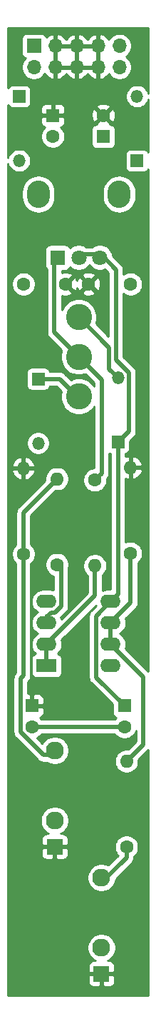
<source format=gbl>
G04 #@! TF.GenerationSoftware,KiCad,Pcbnew,(5.1.10)-1*
G04 #@! TF.CreationDate,2021-10-06T14:43:23-05:00*
G04 #@! TF.ProjectId,Slew Limiter Board,536c6577-204c-4696-9d69-74657220426f,1.0*
G04 #@! TF.SameCoordinates,Original*
G04 #@! TF.FileFunction,Copper,L2,Bot*
G04 #@! TF.FilePolarity,Positive*
%FSLAX46Y46*%
G04 Gerber Fmt 4.6, Leading zero omitted, Abs format (unit mm)*
G04 Created by KiCad (PCBNEW (5.1.10)-1) date 2021-10-06 14:43:23*
%MOMM*%
%LPD*%
G01*
G04 APERTURE LIST*
G04 #@! TA.AperFunction,ComponentPad*
%ADD10C,2.130000*%
G04 #@! TD*
G04 #@! TA.AperFunction,ComponentPad*
%ADD11R,1.930000X1.830000*%
G04 #@! TD*
G04 #@! TA.AperFunction,ComponentPad*
%ADD12R,1.800000X1.800000*%
G04 #@! TD*
G04 #@! TA.AperFunction,ComponentPad*
%ADD13C,1.800000*%
G04 #@! TD*
G04 #@! TA.AperFunction,ComponentPad*
%ADD14O,2.720000X3.240000*%
G04 #@! TD*
G04 #@! TA.AperFunction,ComponentPad*
%ADD15O,1.600000X1.600000*%
G04 #@! TD*
G04 #@! TA.AperFunction,ComponentPad*
%ADD16C,1.600000*%
G04 #@! TD*
G04 #@! TA.AperFunction,ComponentPad*
%ADD17O,1.700000X1.700000*%
G04 #@! TD*
G04 #@! TA.AperFunction,ComponentPad*
%ADD18R,1.700000X1.700000*%
G04 #@! TD*
G04 #@! TA.AperFunction,ComponentPad*
%ADD19R,1.500000X1.500000*%
G04 #@! TD*
G04 #@! TA.AperFunction,ComponentPad*
%ADD20O,1.500000X1.500000*%
G04 #@! TD*
G04 #@! TA.AperFunction,ComponentPad*
%ADD21R,1.600000X1.600000*%
G04 #@! TD*
G04 #@! TA.AperFunction,ComponentPad*
%ADD22O,2.400000X1.600000*%
G04 #@! TD*
G04 #@! TA.AperFunction,ComponentPad*
%ADD23R,2.400000X1.600000*%
G04 #@! TD*
G04 #@! TA.AperFunction,ComponentPad*
%ADD24C,3.100000*%
G04 #@! TD*
G04 #@! TA.AperFunction,Conductor*
%ADD25C,0.508000*%
G04 #@! TD*
G04 #@! TA.AperFunction,Conductor*
%ADD26C,0.254000*%
G04 #@! TD*
G04 #@! TA.AperFunction,Conductor*
%ADD27C,1.000000*%
G04 #@! TD*
G04 APERTURE END LIST*
D10*
X147720000Y-128060000D03*
D11*
X147720000Y-139460000D03*
D10*
X147720000Y-136360000D03*
D12*
X148082000Y-69596000D03*
D13*
X150582000Y-69596000D03*
X153082000Y-69596000D03*
D14*
X155382000Y-62096000D03*
X145782000Y-62096000D03*
D15*
X152500000Y-106160000D03*
D16*
X152500000Y-96000000D03*
X156750000Y-72750000D03*
X151750000Y-72750000D03*
X149000000Y-72750000D03*
X144000000Y-72750000D03*
D17*
X155410000Y-47040000D03*
X155410000Y-44500000D03*
X152870000Y-47040000D03*
X152870000Y-44500000D03*
X150330000Y-47040000D03*
X150330000Y-44500000D03*
X147790000Y-47040000D03*
X147790000Y-44500000D03*
X145250000Y-47040000D03*
D18*
X145250000Y-44500000D03*
D15*
X156250000Y-129340000D03*
D16*
X156250000Y-139500000D03*
D15*
X156750000Y-94500000D03*
D16*
X156750000Y-104660000D03*
D15*
X148000000Y-95840000D03*
D16*
X148000000Y-106000000D03*
D15*
X144000000Y-94590000D03*
D16*
X144000000Y-104750000D03*
D19*
X157500000Y-58120000D03*
D20*
X157500000Y-50500000D03*
D19*
X143500000Y-50500000D03*
D20*
X143500000Y-58120000D03*
X145750000Y-91620000D03*
D19*
X145750000Y-84000000D03*
D20*
X155250000Y-83880000D03*
D19*
X155250000Y-91500000D03*
D21*
X153500000Y-55250000D03*
D16*
X153500000Y-52750000D03*
D21*
X147500000Y-52750000D03*
D16*
X147500000Y-55250000D03*
X145000000Y-125250000D03*
D21*
X145000000Y-122750000D03*
D16*
X156000000Y-125250000D03*
D21*
X156000000Y-122750000D03*
D22*
X154370000Y-118000000D03*
X146750000Y-110380000D03*
X154370000Y-115460000D03*
X146750000Y-112920000D03*
X154370000Y-112920000D03*
X146750000Y-115460000D03*
X154370000Y-110380000D03*
D23*
X146750000Y-118000000D03*
D24*
X150575000Y-81375000D03*
X150575000Y-86075000D03*
X150575000Y-76675000D03*
D10*
X153280000Y-143130000D03*
D11*
X153280000Y-154530000D03*
D10*
X153280000Y-151430000D03*
D25*
X144000000Y-99840000D02*
X148000000Y-95840000D01*
X144000000Y-104750000D02*
X144000000Y-99840000D01*
X144000000Y-104750000D02*
X144000000Y-119189878D01*
X146376566Y-128600000D02*
X147750000Y-128600000D01*
X143666599Y-125890033D02*
X146376566Y-128600000D01*
X143666599Y-119523279D02*
X143666599Y-125890033D01*
X144000000Y-119189878D02*
X143666599Y-119523279D01*
X156250000Y-140750000D02*
X156250000Y-139500000D01*
X153250000Y-143750000D02*
X156250000Y-140750000D01*
X152500000Y-109710000D02*
X152500000Y-106160000D01*
X146750000Y-115460000D02*
X152500000Y-109710000D01*
X146750000Y-118000000D02*
X146750000Y-115460000D01*
X152583401Y-95916599D02*
X152500000Y-96000000D01*
X148000000Y-69450000D02*
X148200000Y-69250000D01*
X156000000Y-125250000D02*
X145000000Y-125250000D01*
X155250000Y-109500000D02*
X154370000Y-110380000D01*
X155250000Y-91500000D02*
X155250000Y-109500000D01*
X152636590Y-119386590D02*
X156000000Y-122750000D01*
X152636590Y-112113410D02*
X152636590Y-119386590D01*
X154370000Y-110380000D02*
X152636590Y-112113410D01*
X155000000Y-71050000D02*
X153200000Y-69250000D01*
X155000000Y-81730566D02*
X155000000Y-71050000D01*
X156533401Y-83263967D02*
X155000000Y-81730566D01*
X156533401Y-90216599D02*
X156533401Y-83263967D01*
X155250000Y-91500000D02*
X156533401Y-90216599D01*
X150700000Y-69250000D02*
X153200000Y-69250000D01*
X148300000Y-84000000D02*
X150500000Y-86200000D01*
X145750000Y-84000000D02*
X148300000Y-84000000D01*
X156750000Y-110540000D02*
X154370000Y-112920000D01*
X156750000Y-104660000D02*
X156750000Y-110540000D01*
X154370000Y-112920000D02*
X154370000Y-115460000D01*
X154370000Y-115460000D02*
X158250000Y-119340000D01*
X158250000Y-127340000D02*
X156250000Y-129340000D01*
X158250000Y-119340000D02*
X158250000Y-127340000D01*
X148483410Y-106483410D02*
X148000000Y-106000000D01*
X148483410Y-110932316D02*
X148483410Y-106483410D01*
X147702316Y-111713410D02*
X148483410Y-110932316D01*
X147286590Y-111713410D02*
X147702316Y-111713410D01*
X146750000Y-112250000D02*
X147286590Y-111713410D01*
X146750000Y-112920000D02*
X146750000Y-112250000D01*
X154212590Y-80312590D02*
X150575000Y-76675000D01*
X154212590Y-82842590D02*
X154212590Y-80312590D01*
X155250000Y-83880000D02*
X154212590Y-82842590D01*
X153299999Y-95200001D02*
X152500000Y-96000000D01*
X153299999Y-84099999D02*
X153299999Y-95200001D01*
X150575000Y-81375000D02*
X153299999Y-84099999D01*
X147666599Y-70011401D02*
X148082000Y-69596000D01*
X147666599Y-78466599D02*
X147666599Y-70011401D01*
X150575000Y-81375000D02*
X147666599Y-78466599D01*
D26*
X158840000Y-50137361D02*
X158831775Y-50096011D01*
X158727371Y-49843957D01*
X158575799Y-49617114D01*
X158382886Y-49424201D01*
X158156043Y-49272629D01*
X157903989Y-49168225D01*
X157636411Y-49115000D01*
X157363589Y-49115000D01*
X157096011Y-49168225D01*
X156843957Y-49272629D01*
X156617114Y-49424201D01*
X156424201Y-49617114D01*
X156272629Y-49843957D01*
X156168225Y-50096011D01*
X156115000Y-50363589D01*
X156115000Y-50636411D01*
X156168225Y-50903989D01*
X156272629Y-51156043D01*
X156424201Y-51382886D01*
X156617114Y-51575799D01*
X156843957Y-51727371D01*
X157096011Y-51831775D01*
X157363589Y-51885000D01*
X157636411Y-51885000D01*
X157903989Y-51831775D01*
X158156043Y-51727371D01*
X158382886Y-51575799D01*
X158575799Y-51382886D01*
X158727371Y-51156043D01*
X158831775Y-50903989D01*
X158840000Y-50862639D01*
X158840000Y-57127462D01*
X158839502Y-57125820D01*
X158780537Y-57015506D01*
X158701185Y-56918815D01*
X158604494Y-56839463D01*
X158494180Y-56780498D01*
X158374482Y-56744188D01*
X158250000Y-56731928D01*
X156750000Y-56731928D01*
X156625518Y-56744188D01*
X156505820Y-56780498D01*
X156395506Y-56839463D01*
X156298815Y-56918815D01*
X156219463Y-57015506D01*
X156160498Y-57125820D01*
X156124188Y-57245518D01*
X156111928Y-57370000D01*
X156111928Y-58870000D01*
X156124188Y-58994482D01*
X156160498Y-59114180D01*
X156219463Y-59224494D01*
X156298815Y-59321185D01*
X156395506Y-59400537D01*
X156505820Y-59459502D01*
X156625518Y-59495812D01*
X156750000Y-59508072D01*
X158250000Y-59508072D01*
X158374482Y-59495812D01*
X158494180Y-59459502D01*
X158604494Y-59400537D01*
X158701185Y-59321185D01*
X158780537Y-59224494D01*
X158839502Y-59114180D01*
X158840000Y-59112538D01*
X158840001Y-118672765D01*
X156120071Y-115952836D01*
X156184236Y-115741309D01*
X156211943Y-115460000D01*
X156184236Y-115178691D01*
X156102182Y-114908192D01*
X155968932Y-114658899D01*
X155789608Y-114440392D01*
X155571101Y-114261068D01*
X155438142Y-114190000D01*
X155571101Y-114118932D01*
X155789608Y-113939608D01*
X155968932Y-113721101D01*
X156102182Y-113471808D01*
X156184236Y-113201309D01*
X156211943Y-112920000D01*
X156184236Y-112638691D01*
X156120071Y-112427164D01*
X157347736Y-111199499D01*
X157381659Y-111171659D01*
X157492753Y-111036291D01*
X157575303Y-110881851D01*
X157612860Y-110758041D01*
X157626136Y-110714276D01*
X157637066Y-110603301D01*
X157639000Y-110583667D01*
X157639000Y-110583661D01*
X157643300Y-110540001D01*
X157639000Y-110496341D01*
X157639000Y-105791849D01*
X157664759Y-105774637D01*
X157864637Y-105574759D01*
X158021680Y-105339727D01*
X158129853Y-105078574D01*
X158185000Y-104801335D01*
X158185000Y-104518665D01*
X158129853Y-104241426D01*
X158021680Y-103980273D01*
X157864637Y-103745241D01*
X157664759Y-103545363D01*
X157429727Y-103388320D01*
X157168574Y-103280147D01*
X156891335Y-103225000D01*
X156608665Y-103225000D01*
X156331426Y-103280147D01*
X156139000Y-103359852D01*
X156139000Y-95790789D01*
X156266913Y-95851246D01*
X156400961Y-95891904D01*
X156623000Y-95769915D01*
X156623000Y-94627000D01*
X156877000Y-94627000D01*
X156877000Y-95769915D01*
X157099039Y-95891904D01*
X157233087Y-95851246D01*
X157487420Y-95731037D01*
X157713414Y-95563519D01*
X157902385Y-95355131D01*
X158047070Y-95113881D01*
X158141909Y-94849040D01*
X158020624Y-94627000D01*
X156877000Y-94627000D01*
X156623000Y-94627000D01*
X156603000Y-94627000D01*
X156603000Y-94373000D01*
X156623000Y-94373000D01*
X156623000Y-93230085D01*
X156877000Y-93230085D01*
X156877000Y-94373000D01*
X158020624Y-94373000D01*
X158141909Y-94150960D01*
X158047070Y-93886119D01*
X157902385Y-93644869D01*
X157713414Y-93436481D01*
X157487420Y-93268963D01*
X157233087Y-93148754D01*
X157099039Y-93108096D01*
X156877000Y-93230085D01*
X156623000Y-93230085D01*
X156400961Y-93108096D01*
X156266913Y-93148754D01*
X156139000Y-93209211D01*
X156139000Y-92871408D01*
X156244180Y-92839502D01*
X156354494Y-92780537D01*
X156451185Y-92701185D01*
X156530537Y-92604494D01*
X156589502Y-92494180D01*
X156625812Y-92374482D01*
X156638072Y-92250000D01*
X156638072Y-91369164D01*
X157131144Y-90876092D01*
X157165060Y-90848258D01*
X157276154Y-90712890D01*
X157358704Y-90558450D01*
X157408132Y-90395506D01*
X157409537Y-90390875D01*
X157419647Y-90288225D01*
X157422401Y-90260266D01*
X157422401Y-90260260D01*
X157426701Y-90216600D01*
X157422401Y-90172940D01*
X157422401Y-83307626D01*
X157426701Y-83263966D01*
X157422401Y-83220306D01*
X157422401Y-83220300D01*
X157409537Y-83089693D01*
X157409537Y-83089691D01*
X157358703Y-82922114D01*
X157354990Y-82915167D01*
X157276154Y-82767676D01*
X157165060Y-82632308D01*
X157131142Y-82604473D01*
X155889000Y-81362331D01*
X155889000Y-73900558D01*
X156070273Y-74021680D01*
X156331426Y-74129853D01*
X156608665Y-74185000D01*
X156891335Y-74185000D01*
X157168574Y-74129853D01*
X157429727Y-74021680D01*
X157664759Y-73864637D01*
X157864637Y-73664759D01*
X158021680Y-73429727D01*
X158129853Y-73168574D01*
X158185000Y-72891335D01*
X158185000Y-72608665D01*
X158129853Y-72331426D01*
X158021680Y-72070273D01*
X157864637Y-71835241D01*
X157664759Y-71635363D01*
X157429727Y-71478320D01*
X157168574Y-71370147D01*
X156891335Y-71315000D01*
X156608665Y-71315000D01*
X156331426Y-71370147D01*
X156070273Y-71478320D01*
X155889000Y-71599442D01*
X155889000Y-71093659D01*
X155893300Y-71049999D01*
X155889000Y-71006339D01*
X155889000Y-71006333D01*
X155876136Y-70875726D01*
X155876136Y-70875724D01*
X155825302Y-70708147D01*
X155790512Y-70643060D01*
X155742753Y-70553709D01*
X155631659Y-70418341D01*
X155597736Y-70390501D01*
X154608297Y-69401062D01*
X154558011Y-69148257D01*
X154442299Y-68868905D01*
X154274312Y-68617495D01*
X154060505Y-68403688D01*
X153809095Y-68235701D01*
X153529743Y-68119989D01*
X153233184Y-68061000D01*
X152930816Y-68061000D01*
X152634257Y-68119989D01*
X152354905Y-68235701D01*
X152167382Y-68361000D01*
X151496618Y-68361000D01*
X151309095Y-68235701D01*
X151029743Y-68119989D01*
X150733184Y-68061000D01*
X150430816Y-68061000D01*
X150134257Y-68119989D01*
X149854905Y-68235701D01*
X149603495Y-68403688D01*
X149565880Y-68441303D01*
X149512537Y-68341506D01*
X149433185Y-68244815D01*
X149336494Y-68165463D01*
X149226180Y-68106498D01*
X149106482Y-68070188D01*
X148982000Y-68057928D01*
X147182000Y-68057928D01*
X147057518Y-68070188D01*
X146937820Y-68106498D01*
X146827506Y-68165463D01*
X146730815Y-68244815D01*
X146651463Y-68341506D01*
X146592498Y-68451820D01*
X146556188Y-68571518D01*
X146543928Y-68696000D01*
X146543928Y-70496000D01*
X146556188Y-70620482D01*
X146592498Y-70740180D01*
X146651463Y-70850494D01*
X146730815Y-70947185D01*
X146777600Y-70985580D01*
X146777599Y-78422939D01*
X146773299Y-78466599D01*
X146777599Y-78510259D01*
X146777599Y-78510265D01*
X146790463Y-78640872D01*
X146841296Y-78808449D01*
X146923846Y-78962889D01*
X147034940Y-79098258D01*
X147068863Y-79126098D01*
X148534438Y-80591673D01*
X148473969Y-80737659D01*
X148390000Y-81159796D01*
X148390000Y-81590204D01*
X148473969Y-82012341D01*
X148638678Y-82409985D01*
X148877800Y-82767856D01*
X149182144Y-83072200D01*
X149540015Y-83311322D01*
X149937659Y-83476031D01*
X150359796Y-83560000D01*
X150790204Y-83560000D01*
X151212341Y-83476031D01*
X151358327Y-83415562D01*
X152410999Y-84468235D01*
X152410999Y-84889871D01*
X152272200Y-84682144D01*
X151967856Y-84377800D01*
X151609985Y-84138678D01*
X151212341Y-83973969D01*
X150790204Y-83890000D01*
X150359796Y-83890000D01*
X149937659Y-83973969D01*
X149650252Y-84093017D01*
X148959499Y-83402264D01*
X148931659Y-83368341D01*
X148796291Y-83257247D01*
X148641851Y-83174697D01*
X148474274Y-83123864D01*
X148343667Y-83111000D01*
X148343660Y-83111000D01*
X148300000Y-83106700D01*
X148256340Y-83111000D01*
X147121408Y-83111000D01*
X147089502Y-83005820D01*
X147030537Y-82895506D01*
X146951185Y-82798815D01*
X146854494Y-82719463D01*
X146744180Y-82660498D01*
X146624482Y-82624188D01*
X146500000Y-82611928D01*
X145000000Y-82611928D01*
X144875518Y-82624188D01*
X144755820Y-82660498D01*
X144645506Y-82719463D01*
X144548815Y-82798815D01*
X144469463Y-82895506D01*
X144410498Y-83005820D01*
X144374188Y-83125518D01*
X144361928Y-83250000D01*
X144361928Y-84750000D01*
X144374188Y-84874482D01*
X144410498Y-84994180D01*
X144469463Y-85104494D01*
X144548815Y-85201185D01*
X144645506Y-85280537D01*
X144755820Y-85339502D01*
X144875518Y-85375812D01*
X145000000Y-85388072D01*
X146500000Y-85388072D01*
X146624482Y-85375812D01*
X146744180Y-85339502D01*
X146854494Y-85280537D01*
X146951185Y-85201185D01*
X147030537Y-85104494D01*
X147089502Y-84994180D01*
X147121408Y-84889000D01*
X147931765Y-84889000D01*
X148475860Y-85433095D01*
X148473969Y-85437659D01*
X148390000Y-85859796D01*
X148390000Y-86290204D01*
X148473969Y-86712341D01*
X148638678Y-87109985D01*
X148877800Y-87467856D01*
X149182144Y-87772200D01*
X149540015Y-88011322D01*
X149937659Y-88176031D01*
X150359796Y-88260000D01*
X150790204Y-88260000D01*
X151212341Y-88176031D01*
X151609985Y-88011322D01*
X151967856Y-87772200D01*
X152272200Y-87467856D01*
X152410999Y-87260128D01*
X152411000Y-94565000D01*
X152358665Y-94565000D01*
X152081426Y-94620147D01*
X151820273Y-94728320D01*
X151585241Y-94885363D01*
X151385363Y-95085241D01*
X151228320Y-95320273D01*
X151120147Y-95581426D01*
X151065000Y-95858665D01*
X151065000Y-96141335D01*
X151120147Y-96418574D01*
X151228320Y-96679727D01*
X151385363Y-96914759D01*
X151585241Y-97114637D01*
X151820273Y-97271680D01*
X152081426Y-97379853D01*
X152358665Y-97435000D01*
X152641335Y-97435000D01*
X152918574Y-97379853D01*
X153179727Y-97271680D01*
X153414759Y-97114637D01*
X153614637Y-96914759D01*
X153771680Y-96679727D01*
X153879853Y-96418574D01*
X153935000Y-96141335D01*
X153935000Y-95858665D01*
X153929913Y-95833092D01*
X153931658Y-95831660D01*
X154042752Y-95696292D01*
X154125302Y-95541852D01*
X154145295Y-95475943D01*
X154176135Y-95374277D01*
X154184934Y-95284940D01*
X154188999Y-95243668D01*
X154188999Y-95243662D01*
X154193299Y-95200002D01*
X154188999Y-95156342D01*
X154188999Y-92803785D01*
X154255820Y-92839502D01*
X154361000Y-92871408D01*
X154361001Y-108945000D01*
X153899508Y-108945000D01*
X153688691Y-108965764D01*
X153418192Y-109047818D01*
X153389000Y-109063421D01*
X153389000Y-107291849D01*
X153414759Y-107274637D01*
X153614637Y-107074759D01*
X153771680Y-106839727D01*
X153879853Y-106578574D01*
X153935000Y-106301335D01*
X153935000Y-106018665D01*
X153879853Y-105741426D01*
X153771680Y-105480273D01*
X153614637Y-105245241D01*
X153414759Y-105045363D01*
X153179727Y-104888320D01*
X152918574Y-104780147D01*
X152641335Y-104725000D01*
X152358665Y-104725000D01*
X152081426Y-104780147D01*
X151820273Y-104888320D01*
X151585241Y-105045363D01*
X151385363Y-105245241D01*
X151228320Y-105480273D01*
X151120147Y-105741426D01*
X151065000Y-106018665D01*
X151065000Y-106301335D01*
X151120147Y-106578574D01*
X151228320Y-106839727D01*
X151385363Y-107074759D01*
X151585241Y-107274637D01*
X151611001Y-107291849D01*
X151611000Y-109341764D01*
X148506013Y-112446752D01*
X148482182Y-112368192D01*
X148420384Y-112252577D01*
X149081152Y-111591809D01*
X149115069Y-111563975D01*
X149226163Y-111428607D01*
X149308713Y-111274167D01*
X149350097Y-111137741D01*
X149359546Y-111106591D01*
X149368896Y-111011659D01*
X149372410Y-110975983D01*
X149372410Y-110975976D01*
X149376710Y-110932316D01*
X149372410Y-110888656D01*
X149372410Y-106527070D01*
X149376710Y-106483410D01*
X149372410Y-106439750D01*
X149372410Y-106439743D01*
X149372155Y-106437158D01*
X149379853Y-106418574D01*
X149435000Y-106141335D01*
X149435000Y-105858665D01*
X149379853Y-105581426D01*
X149271680Y-105320273D01*
X149114637Y-105085241D01*
X148914759Y-104885363D01*
X148679727Y-104728320D01*
X148418574Y-104620147D01*
X148141335Y-104565000D01*
X147858665Y-104565000D01*
X147581426Y-104620147D01*
X147320273Y-104728320D01*
X147085241Y-104885363D01*
X146885363Y-105085241D01*
X146728320Y-105320273D01*
X146620147Y-105581426D01*
X146565000Y-105858665D01*
X146565000Y-106141335D01*
X146620147Y-106418574D01*
X146728320Y-106679727D01*
X146885363Y-106914759D01*
X147085241Y-107114637D01*
X147320273Y-107271680D01*
X147581426Y-107379853D01*
X147594411Y-107382436D01*
X147594410Y-109015240D01*
X147431309Y-108965764D01*
X147220492Y-108945000D01*
X146279508Y-108945000D01*
X146068691Y-108965764D01*
X145798192Y-109047818D01*
X145548899Y-109181068D01*
X145330392Y-109360392D01*
X145151068Y-109578899D01*
X145017818Y-109828192D01*
X144935764Y-110098691D01*
X144908057Y-110380000D01*
X144935764Y-110661309D01*
X145017818Y-110931808D01*
X145151068Y-111181101D01*
X145330392Y-111399608D01*
X145548899Y-111578932D01*
X145681858Y-111650000D01*
X145548899Y-111721068D01*
X145330392Y-111900392D01*
X145151068Y-112118899D01*
X145017818Y-112368192D01*
X144935764Y-112638691D01*
X144908057Y-112920000D01*
X144935764Y-113201309D01*
X145017818Y-113471808D01*
X145151068Y-113721101D01*
X145330392Y-113939608D01*
X145548899Y-114118932D01*
X145681858Y-114190000D01*
X145548899Y-114261068D01*
X145330392Y-114440392D01*
X145151068Y-114658899D01*
X145017818Y-114908192D01*
X144935764Y-115178691D01*
X144908057Y-115460000D01*
X144935764Y-115741309D01*
X145017818Y-116011808D01*
X145151068Y-116261101D01*
X145330392Y-116479608D01*
X145443482Y-116572419D01*
X145425518Y-116574188D01*
X145305820Y-116610498D01*
X145195506Y-116669463D01*
X145098815Y-116748815D01*
X145019463Y-116845506D01*
X144960498Y-116955820D01*
X144924188Y-117075518D01*
X144911928Y-117200000D01*
X144911928Y-118800000D01*
X144924188Y-118924482D01*
X144960498Y-119044180D01*
X145019463Y-119154494D01*
X145098815Y-119251185D01*
X145195506Y-119330537D01*
X145305820Y-119389502D01*
X145425518Y-119425812D01*
X145550000Y-119438072D01*
X147950000Y-119438072D01*
X148074482Y-119425812D01*
X148194180Y-119389502D01*
X148304494Y-119330537D01*
X148401185Y-119251185D01*
X148480537Y-119154494D01*
X148539502Y-119044180D01*
X148575812Y-118924482D01*
X148588072Y-118800000D01*
X148588072Y-117200000D01*
X148575812Y-117075518D01*
X148539502Y-116955820D01*
X148480537Y-116845506D01*
X148401185Y-116748815D01*
X148304494Y-116669463D01*
X148194180Y-116610498D01*
X148074482Y-116574188D01*
X148056518Y-116572419D01*
X148169608Y-116479608D01*
X148348932Y-116261101D01*
X148482182Y-116011808D01*
X148564236Y-115741309D01*
X148591943Y-115460000D01*
X148564236Y-115178691D01*
X148500071Y-114967164D01*
X152613987Y-110853248D01*
X152619929Y-110872836D01*
X152038854Y-111453911D01*
X152004931Y-111481751D01*
X151893837Y-111617120D01*
X151811287Y-111771560D01*
X151800096Y-111808452D01*
X151776062Y-111887685D01*
X151760454Y-111939137D01*
X151747590Y-112069744D01*
X151747590Y-112069750D01*
X151743290Y-112113410D01*
X151747590Y-112157070D01*
X151747591Y-119342920D01*
X151743290Y-119386590D01*
X151760454Y-119560864D01*
X151811288Y-119728442D01*
X151861049Y-119821537D01*
X151893838Y-119882881D01*
X152004932Y-120018249D01*
X152038849Y-120046084D01*
X154561928Y-122569164D01*
X154561928Y-123550000D01*
X154574188Y-123674482D01*
X154610498Y-123794180D01*
X154669463Y-123904494D01*
X154748815Y-124001185D01*
X154845506Y-124080537D01*
X154955820Y-124139502D01*
X155051943Y-124168661D01*
X154885363Y-124335241D01*
X154868151Y-124361000D01*
X146131849Y-124361000D01*
X146114637Y-124335241D01*
X145948057Y-124168661D01*
X146044180Y-124139502D01*
X146154494Y-124080537D01*
X146251185Y-124001185D01*
X146330537Y-123904494D01*
X146389502Y-123794180D01*
X146425812Y-123674482D01*
X146438072Y-123550000D01*
X146435000Y-123035750D01*
X146276250Y-122877000D01*
X145127000Y-122877000D01*
X145127000Y-122897000D01*
X144873000Y-122897000D01*
X144873000Y-122877000D01*
X144853000Y-122877000D01*
X144853000Y-122623000D01*
X144873000Y-122623000D01*
X144873000Y-121473750D01*
X145127000Y-121473750D01*
X145127000Y-122623000D01*
X146276250Y-122623000D01*
X146435000Y-122464250D01*
X146438072Y-121950000D01*
X146425812Y-121825518D01*
X146389502Y-121705820D01*
X146330537Y-121595506D01*
X146251185Y-121498815D01*
X146154494Y-121419463D01*
X146044180Y-121360498D01*
X145924482Y-121324188D01*
X145800000Y-121311928D01*
X145285750Y-121315000D01*
X145127000Y-121473750D01*
X144873000Y-121473750D01*
X144714250Y-121315000D01*
X144555599Y-121314052D01*
X144555599Y-119891514D01*
X144597736Y-119849377D01*
X144631659Y-119821537D01*
X144742753Y-119686169D01*
X144825303Y-119531729D01*
X144857432Y-119425812D01*
X144876136Y-119364154D01*
X144879447Y-119330537D01*
X144889000Y-119233545D01*
X144889000Y-119233539D01*
X144893300Y-119189879D01*
X144889000Y-119146219D01*
X144889000Y-105881849D01*
X144914759Y-105864637D01*
X145114637Y-105664759D01*
X145271680Y-105429727D01*
X145379853Y-105168574D01*
X145435000Y-104891335D01*
X145435000Y-104608665D01*
X145379853Y-104331426D01*
X145271680Y-104070273D01*
X145114637Y-103835241D01*
X144914759Y-103635363D01*
X144889000Y-103618151D01*
X144889000Y-100208235D01*
X147828279Y-97268956D01*
X147858665Y-97275000D01*
X148141335Y-97275000D01*
X148418574Y-97219853D01*
X148679727Y-97111680D01*
X148914759Y-96954637D01*
X149114637Y-96754759D01*
X149271680Y-96519727D01*
X149379853Y-96258574D01*
X149435000Y-95981335D01*
X149435000Y-95698665D01*
X149379853Y-95421426D01*
X149271680Y-95160273D01*
X149114637Y-94925241D01*
X148914759Y-94725363D01*
X148679727Y-94568320D01*
X148418574Y-94460147D01*
X148141335Y-94405000D01*
X147858665Y-94405000D01*
X147581426Y-94460147D01*
X147320273Y-94568320D01*
X147085241Y-94725363D01*
X146885363Y-94925241D01*
X146728320Y-95160273D01*
X146620147Y-95421426D01*
X146565000Y-95698665D01*
X146565000Y-95981335D01*
X146571044Y-96011721D01*
X143402259Y-99180506D01*
X143368342Y-99208341D01*
X143340507Y-99242258D01*
X143340505Y-99242260D01*
X143257248Y-99343709D01*
X143174698Y-99498148D01*
X143123864Y-99665726D01*
X143106700Y-99840000D01*
X143111001Y-99883670D01*
X143111000Y-103618151D01*
X143085241Y-103635363D01*
X142885363Y-103835241D01*
X142728320Y-104070273D01*
X142620147Y-104331426D01*
X142565000Y-104608665D01*
X142565000Y-104891335D01*
X142620147Y-105168574D01*
X142728320Y-105429727D01*
X142885363Y-105664759D01*
X143085241Y-105864637D01*
X143111000Y-105881849D01*
X143111001Y-118821642D01*
X143068863Y-118863780D01*
X143034940Y-118891620D01*
X142923846Y-119026989D01*
X142841296Y-119181429D01*
X142790463Y-119349006D01*
X142777599Y-119479613D01*
X142777599Y-119479619D01*
X142773299Y-119523279D01*
X142777599Y-119566939D01*
X142777600Y-125846363D01*
X142773299Y-125890033D01*
X142790463Y-126064307D01*
X142841297Y-126231885D01*
X142923847Y-126386324D01*
X142987483Y-126463864D01*
X143034941Y-126521692D01*
X143068858Y-126549527D01*
X145717072Y-129197742D01*
X145744907Y-129231659D01*
X145880275Y-129342753D01*
X146034715Y-129425303D01*
X146100624Y-129445296D01*
X146202290Y-129476136D01*
X146235490Y-129479406D01*
X146332899Y-129489000D01*
X146332905Y-129489000D01*
X146376565Y-129493300D01*
X146420225Y-129489000D01*
X146798729Y-129489000D01*
X146914748Y-129566521D01*
X147224128Y-129694670D01*
X147552565Y-129760000D01*
X147887435Y-129760000D01*
X148215872Y-129694670D01*
X148525252Y-129566521D01*
X148803687Y-129380477D01*
X149040477Y-129143687D01*
X149226521Y-128865252D01*
X149354670Y-128555872D01*
X149420000Y-128227435D01*
X149420000Y-127892565D01*
X149354670Y-127564128D01*
X149226521Y-127254748D01*
X149040477Y-126976313D01*
X148803687Y-126739523D01*
X148525252Y-126553479D01*
X148215872Y-126425330D01*
X147887435Y-126360000D01*
X147552565Y-126360000D01*
X147224128Y-126425330D01*
X146914748Y-126553479D01*
X146636313Y-126739523D01*
X146399523Y-126976313D01*
X146243548Y-127209746D01*
X145591872Y-126558071D01*
X145679727Y-126521680D01*
X145914759Y-126364637D01*
X146114637Y-126164759D01*
X146131849Y-126139000D01*
X154868151Y-126139000D01*
X154885363Y-126164759D01*
X155085241Y-126364637D01*
X155320273Y-126521680D01*
X155581426Y-126629853D01*
X155858665Y-126685000D01*
X156141335Y-126685000D01*
X156418574Y-126629853D01*
X156679727Y-126521680D01*
X156914759Y-126364637D01*
X157114637Y-126164759D01*
X157271680Y-125929727D01*
X157361001Y-125714087D01*
X157361001Y-126971763D01*
X156421720Y-127911044D01*
X156391335Y-127905000D01*
X156108665Y-127905000D01*
X155831426Y-127960147D01*
X155570273Y-128068320D01*
X155335241Y-128225363D01*
X155135363Y-128425241D01*
X154978320Y-128660273D01*
X154870147Y-128921426D01*
X154815000Y-129198665D01*
X154815000Y-129481335D01*
X154870147Y-129758574D01*
X154978320Y-130019727D01*
X155135363Y-130254759D01*
X155335241Y-130454637D01*
X155570273Y-130611680D01*
X155831426Y-130719853D01*
X156108665Y-130775000D01*
X156391335Y-130775000D01*
X156668574Y-130719853D01*
X156929727Y-130611680D01*
X157164759Y-130454637D01*
X157364637Y-130254759D01*
X157521680Y-130019727D01*
X157629853Y-129758574D01*
X157685000Y-129481335D01*
X157685000Y-129198665D01*
X157678956Y-129168280D01*
X158840001Y-128007235D01*
X158840001Y-157090000D01*
X142160000Y-157090000D01*
X142160000Y-155445000D01*
X151676928Y-155445000D01*
X151689188Y-155569482D01*
X151725498Y-155689180D01*
X151784463Y-155799494D01*
X151863815Y-155896185D01*
X151960506Y-155975537D01*
X152070820Y-156034502D01*
X152190518Y-156070812D01*
X152315000Y-156083072D01*
X152994250Y-156080000D01*
X153153000Y-155921250D01*
X153153000Y-154657000D01*
X153407000Y-154657000D01*
X153407000Y-155921250D01*
X153565750Y-156080000D01*
X154245000Y-156083072D01*
X154369482Y-156070812D01*
X154489180Y-156034502D01*
X154599494Y-155975537D01*
X154696185Y-155896185D01*
X154775537Y-155799494D01*
X154834502Y-155689180D01*
X154870812Y-155569482D01*
X154883072Y-155445000D01*
X154880000Y-154815750D01*
X154721250Y-154657000D01*
X153407000Y-154657000D01*
X153153000Y-154657000D01*
X151838750Y-154657000D01*
X151680000Y-154815750D01*
X151676928Y-155445000D01*
X142160000Y-155445000D01*
X142160000Y-151262565D01*
X151580000Y-151262565D01*
X151580000Y-151597435D01*
X151645330Y-151925872D01*
X151773479Y-152235252D01*
X151959523Y-152513687D01*
X152196313Y-152750477D01*
X152474748Y-152936521D01*
X152575140Y-152978105D01*
X152315000Y-152976928D01*
X152190518Y-152989188D01*
X152070820Y-153025498D01*
X151960506Y-153084463D01*
X151863815Y-153163815D01*
X151784463Y-153260506D01*
X151725498Y-153370820D01*
X151689188Y-153490518D01*
X151676928Y-153615000D01*
X151680000Y-154244250D01*
X151838750Y-154403000D01*
X153153000Y-154403000D01*
X153153000Y-154383000D01*
X153407000Y-154383000D01*
X153407000Y-154403000D01*
X154721250Y-154403000D01*
X154880000Y-154244250D01*
X154883072Y-153615000D01*
X154870812Y-153490518D01*
X154834502Y-153370820D01*
X154775537Y-153260506D01*
X154696185Y-153163815D01*
X154599494Y-153084463D01*
X154489180Y-153025498D01*
X154369482Y-152989188D01*
X154245000Y-152976928D01*
X153984860Y-152978105D01*
X154085252Y-152936521D01*
X154363687Y-152750477D01*
X154600477Y-152513687D01*
X154786521Y-152235252D01*
X154914670Y-151925872D01*
X154980000Y-151597435D01*
X154980000Y-151262565D01*
X154914670Y-150934128D01*
X154786521Y-150624748D01*
X154600477Y-150346313D01*
X154363687Y-150109523D01*
X154085252Y-149923479D01*
X153775872Y-149795330D01*
X153447435Y-149730000D01*
X153112565Y-149730000D01*
X152784128Y-149795330D01*
X152474748Y-149923479D01*
X152196313Y-150109523D01*
X151959523Y-150346313D01*
X151773479Y-150624748D01*
X151645330Y-150934128D01*
X151580000Y-151262565D01*
X142160000Y-151262565D01*
X142160000Y-142962565D01*
X151580000Y-142962565D01*
X151580000Y-143297435D01*
X151645330Y-143625872D01*
X151773479Y-143935252D01*
X151959523Y-144213687D01*
X152196313Y-144450477D01*
X152474748Y-144636521D01*
X152784128Y-144764670D01*
X153112565Y-144830000D01*
X153447435Y-144830000D01*
X153775872Y-144764670D01*
X154085252Y-144636521D01*
X154363687Y-144450477D01*
X154600477Y-144213687D01*
X154786521Y-143935252D01*
X154914670Y-143625872D01*
X154980000Y-143297435D01*
X154980000Y-143277235D01*
X156847743Y-141409493D01*
X156881659Y-141381659D01*
X156992753Y-141246291D01*
X157075303Y-141091851D01*
X157113933Y-140964502D01*
X157126136Y-140924275D01*
X157135797Y-140826185D01*
X157139000Y-140793667D01*
X157139000Y-140793660D01*
X157143300Y-140750000D01*
X157139000Y-140706340D01*
X157139000Y-140631849D01*
X157164759Y-140614637D01*
X157364637Y-140414759D01*
X157521680Y-140179727D01*
X157629853Y-139918574D01*
X157685000Y-139641335D01*
X157685000Y-139358665D01*
X157629853Y-139081426D01*
X157521680Y-138820273D01*
X157364637Y-138585241D01*
X157164759Y-138385363D01*
X156929727Y-138228320D01*
X156668574Y-138120147D01*
X156391335Y-138065000D01*
X156108665Y-138065000D01*
X155831426Y-138120147D01*
X155570273Y-138228320D01*
X155335241Y-138385363D01*
X155135363Y-138585241D01*
X154978320Y-138820273D01*
X154870147Y-139081426D01*
X154815000Y-139358665D01*
X154815000Y-139641335D01*
X154870147Y-139918574D01*
X154978320Y-140179727D01*
X155135363Y-140414759D01*
X155231684Y-140511080D01*
X154105654Y-141637111D01*
X154085252Y-141623479D01*
X153775872Y-141495330D01*
X153447435Y-141430000D01*
X153112565Y-141430000D01*
X152784128Y-141495330D01*
X152474748Y-141623479D01*
X152196313Y-141809523D01*
X151959523Y-142046313D01*
X151773479Y-142324748D01*
X151645330Y-142634128D01*
X151580000Y-142962565D01*
X142160000Y-142962565D01*
X142160000Y-140375000D01*
X146116928Y-140375000D01*
X146129188Y-140499482D01*
X146165498Y-140619180D01*
X146224463Y-140729494D01*
X146303815Y-140826185D01*
X146400506Y-140905537D01*
X146510820Y-140964502D01*
X146630518Y-141000812D01*
X146755000Y-141013072D01*
X147434250Y-141010000D01*
X147593000Y-140851250D01*
X147593000Y-139587000D01*
X147847000Y-139587000D01*
X147847000Y-140851250D01*
X148005750Y-141010000D01*
X148685000Y-141013072D01*
X148809482Y-141000812D01*
X148929180Y-140964502D01*
X149039494Y-140905537D01*
X149136185Y-140826185D01*
X149215537Y-140729494D01*
X149274502Y-140619180D01*
X149310812Y-140499482D01*
X149323072Y-140375000D01*
X149320000Y-139745750D01*
X149161250Y-139587000D01*
X147847000Y-139587000D01*
X147593000Y-139587000D01*
X146278750Y-139587000D01*
X146120000Y-139745750D01*
X146116928Y-140375000D01*
X142160000Y-140375000D01*
X142160000Y-136192565D01*
X146020000Y-136192565D01*
X146020000Y-136527435D01*
X146085330Y-136855872D01*
X146213479Y-137165252D01*
X146399523Y-137443687D01*
X146636313Y-137680477D01*
X146914748Y-137866521D01*
X147015140Y-137908105D01*
X146755000Y-137906928D01*
X146630518Y-137919188D01*
X146510820Y-137955498D01*
X146400506Y-138014463D01*
X146303815Y-138093815D01*
X146224463Y-138190506D01*
X146165498Y-138300820D01*
X146129188Y-138420518D01*
X146116928Y-138545000D01*
X146120000Y-139174250D01*
X146278750Y-139333000D01*
X147593000Y-139333000D01*
X147593000Y-139313000D01*
X147847000Y-139313000D01*
X147847000Y-139333000D01*
X149161250Y-139333000D01*
X149320000Y-139174250D01*
X149323072Y-138545000D01*
X149310812Y-138420518D01*
X149274502Y-138300820D01*
X149215537Y-138190506D01*
X149136185Y-138093815D01*
X149039494Y-138014463D01*
X148929180Y-137955498D01*
X148809482Y-137919188D01*
X148685000Y-137906928D01*
X148424860Y-137908105D01*
X148525252Y-137866521D01*
X148803687Y-137680477D01*
X149040477Y-137443687D01*
X149226521Y-137165252D01*
X149354670Y-136855872D01*
X149420000Y-136527435D01*
X149420000Y-136192565D01*
X149354670Y-135864128D01*
X149226521Y-135554748D01*
X149040477Y-135276313D01*
X148803687Y-135039523D01*
X148525252Y-134853479D01*
X148215872Y-134725330D01*
X147887435Y-134660000D01*
X147552565Y-134660000D01*
X147224128Y-134725330D01*
X146914748Y-134853479D01*
X146636313Y-135039523D01*
X146399523Y-135276313D01*
X146213479Y-135554748D01*
X146085330Y-135864128D01*
X146020000Y-136192565D01*
X142160000Y-136192565D01*
X142160000Y-94939040D01*
X142608091Y-94939040D01*
X142702930Y-95203881D01*
X142847615Y-95445131D01*
X143036586Y-95653519D01*
X143262580Y-95821037D01*
X143516913Y-95941246D01*
X143650961Y-95981904D01*
X143873000Y-95859915D01*
X143873000Y-94717000D01*
X144127000Y-94717000D01*
X144127000Y-95859915D01*
X144349039Y-95981904D01*
X144483087Y-95941246D01*
X144737420Y-95821037D01*
X144963414Y-95653519D01*
X145152385Y-95445131D01*
X145297070Y-95203881D01*
X145391909Y-94939040D01*
X145270624Y-94717000D01*
X144127000Y-94717000D01*
X143873000Y-94717000D01*
X142729376Y-94717000D01*
X142608091Y-94939040D01*
X142160000Y-94939040D01*
X142160000Y-94240960D01*
X142608091Y-94240960D01*
X142729376Y-94463000D01*
X143873000Y-94463000D01*
X143873000Y-93320085D01*
X144127000Y-93320085D01*
X144127000Y-94463000D01*
X145270624Y-94463000D01*
X145391909Y-94240960D01*
X145297070Y-93976119D01*
X145152385Y-93734869D01*
X144963414Y-93526481D01*
X144737420Y-93358963D01*
X144483087Y-93238754D01*
X144349039Y-93198096D01*
X144127000Y-93320085D01*
X143873000Y-93320085D01*
X143650961Y-93198096D01*
X143516913Y-93238754D01*
X143262580Y-93358963D01*
X143036586Y-93526481D01*
X142847615Y-93734869D01*
X142702930Y-93976119D01*
X142608091Y-94240960D01*
X142160000Y-94240960D01*
X142160000Y-91483589D01*
X144365000Y-91483589D01*
X144365000Y-91756411D01*
X144418225Y-92023989D01*
X144522629Y-92276043D01*
X144674201Y-92502886D01*
X144867114Y-92695799D01*
X145093957Y-92847371D01*
X145346011Y-92951775D01*
X145613589Y-93005000D01*
X145886411Y-93005000D01*
X146153989Y-92951775D01*
X146406043Y-92847371D01*
X146632886Y-92695799D01*
X146825799Y-92502886D01*
X146977371Y-92276043D01*
X147081775Y-92023989D01*
X147135000Y-91756411D01*
X147135000Y-91483589D01*
X147081775Y-91216011D01*
X146977371Y-90963957D01*
X146825799Y-90737114D01*
X146632886Y-90544201D01*
X146406043Y-90392629D01*
X146153989Y-90288225D01*
X145886411Y-90235000D01*
X145613589Y-90235000D01*
X145346011Y-90288225D01*
X145093957Y-90392629D01*
X144867114Y-90544201D01*
X144674201Y-90737114D01*
X144522629Y-90963957D01*
X144418225Y-91216011D01*
X144365000Y-91483589D01*
X142160000Y-91483589D01*
X142160000Y-72608665D01*
X142565000Y-72608665D01*
X142565000Y-72891335D01*
X142620147Y-73168574D01*
X142728320Y-73429727D01*
X142885363Y-73664759D01*
X143085241Y-73864637D01*
X143320273Y-74021680D01*
X143581426Y-74129853D01*
X143858665Y-74185000D01*
X144141335Y-74185000D01*
X144418574Y-74129853D01*
X144679727Y-74021680D01*
X144914759Y-73864637D01*
X145114637Y-73664759D01*
X145271680Y-73429727D01*
X145379853Y-73168574D01*
X145435000Y-72891335D01*
X145435000Y-72608665D01*
X145379853Y-72331426D01*
X145271680Y-72070273D01*
X145114637Y-71835241D01*
X144914759Y-71635363D01*
X144679727Y-71478320D01*
X144418574Y-71370147D01*
X144141335Y-71315000D01*
X143858665Y-71315000D01*
X143581426Y-71370147D01*
X143320273Y-71478320D01*
X143085241Y-71635363D01*
X142885363Y-71835241D01*
X142728320Y-72070273D01*
X142620147Y-72331426D01*
X142565000Y-72608665D01*
X142160000Y-72608665D01*
X142160000Y-61738002D01*
X143787000Y-61738002D01*
X143787000Y-62453997D01*
X143815867Y-62747087D01*
X143929943Y-63123146D01*
X144115193Y-63469725D01*
X144364497Y-63773503D01*
X144668275Y-64022807D01*
X145014853Y-64208057D01*
X145390912Y-64322133D01*
X145782000Y-64360652D01*
X146173087Y-64322133D01*
X146549146Y-64208057D01*
X146895725Y-64022807D01*
X147199503Y-63773503D01*
X147448807Y-63469725D01*
X147634057Y-63123147D01*
X147748133Y-62747088D01*
X147777000Y-62453998D01*
X147777000Y-61738003D01*
X147777000Y-61738002D01*
X153387000Y-61738002D01*
X153387000Y-62453997D01*
X153415867Y-62747087D01*
X153529943Y-63123146D01*
X153715193Y-63469725D01*
X153964497Y-63773503D01*
X154268275Y-64022807D01*
X154614853Y-64208057D01*
X154990912Y-64322133D01*
X155382000Y-64360652D01*
X155773087Y-64322133D01*
X156149146Y-64208057D01*
X156495725Y-64022807D01*
X156799503Y-63773503D01*
X157048807Y-63469725D01*
X157234057Y-63123147D01*
X157348133Y-62747088D01*
X157377000Y-62453998D01*
X157377000Y-61738003D01*
X157348133Y-61444913D01*
X157234057Y-61068853D01*
X157048807Y-60722275D01*
X156799503Y-60418497D01*
X156495725Y-60169193D01*
X156149147Y-59983943D01*
X155773088Y-59869867D01*
X155382000Y-59831348D01*
X154990913Y-59869867D01*
X154614854Y-59983943D01*
X154268276Y-60169193D01*
X153964498Y-60418497D01*
X153715193Y-60722275D01*
X153529943Y-61068853D01*
X153415867Y-61444912D01*
X153387000Y-61738002D01*
X147777000Y-61738002D01*
X147748133Y-61444913D01*
X147634057Y-61068853D01*
X147448807Y-60722275D01*
X147199503Y-60418497D01*
X146895725Y-60169193D01*
X146549147Y-59983943D01*
X146173088Y-59869867D01*
X145782000Y-59831348D01*
X145390913Y-59869867D01*
X145014854Y-59983943D01*
X144668276Y-60169193D01*
X144364498Y-60418497D01*
X144115193Y-60722275D01*
X143929943Y-61068853D01*
X143815867Y-61444912D01*
X143787000Y-61738002D01*
X142160000Y-61738002D01*
X142160000Y-58482639D01*
X142168225Y-58523989D01*
X142272629Y-58776043D01*
X142424201Y-59002886D01*
X142617114Y-59195799D01*
X142843957Y-59347371D01*
X143096011Y-59451775D01*
X143363589Y-59505000D01*
X143636411Y-59505000D01*
X143903989Y-59451775D01*
X144156043Y-59347371D01*
X144382886Y-59195799D01*
X144575799Y-59002886D01*
X144727371Y-58776043D01*
X144831775Y-58523989D01*
X144885000Y-58256411D01*
X144885000Y-57983589D01*
X144831775Y-57716011D01*
X144727371Y-57463957D01*
X144575799Y-57237114D01*
X144382886Y-57044201D01*
X144156043Y-56892629D01*
X143903989Y-56788225D01*
X143636411Y-56735000D01*
X143363589Y-56735000D01*
X143096011Y-56788225D01*
X142843957Y-56892629D01*
X142617114Y-57044201D01*
X142424201Y-57237114D01*
X142272629Y-57463957D01*
X142168225Y-57716011D01*
X142160000Y-57757361D01*
X142160000Y-53550000D01*
X146061928Y-53550000D01*
X146074188Y-53674482D01*
X146110498Y-53794180D01*
X146169463Y-53904494D01*
X146248815Y-54001185D01*
X146345506Y-54080537D01*
X146455820Y-54139502D01*
X146551943Y-54168661D01*
X146385363Y-54335241D01*
X146228320Y-54570273D01*
X146120147Y-54831426D01*
X146065000Y-55108665D01*
X146065000Y-55391335D01*
X146120147Y-55668574D01*
X146228320Y-55929727D01*
X146385363Y-56164759D01*
X146585241Y-56364637D01*
X146820273Y-56521680D01*
X147081426Y-56629853D01*
X147358665Y-56685000D01*
X147641335Y-56685000D01*
X147918574Y-56629853D01*
X148179727Y-56521680D01*
X148414759Y-56364637D01*
X148614637Y-56164759D01*
X148771680Y-55929727D01*
X148879853Y-55668574D01*
X148935000Y-55391335D01*
X148935000Y-55108665D01*
X148879853Y-54831426D01*
X148771680Y-54570273D01*
X148691317Y-54450000D01*
X152061928Y-54450000D01*
X152061928Y-56050000D01*
X152074188Y-56174482D01*
X152110498Y-56294180D01*
X152169463Y-56404494D01*
X152248815Y-56501185D01*
X152345506Y-56580537D01*
X152455820Y-56639502D01*
X152575518Y-56675812D01*
X152700000Y-56688072D01*
X154300000Y-56688072D01*
X154424482Y-56675812D01*
X154544180Y-56639502D01*
X154654494Y-56580537D01*
X154751185Y-56501185D01*
X154830537Y-56404494D01*
X154889502Y-56294180D01*
X154925812Y-56174482D01*
X154938072Y-56050000D01*
X154938072Y-54450000D01*
X154925812Y-54325518D01*
X154889502Y-54205820D01*
X154830537Y-54095506D01*
X154751185Y-53998815D01*
X154654494Y-53919463D01*
X154544180Y-53860498D01*
X154424482Y-53824188D01*
X154300000Y-53811928D01*
X154292785Y-53811928D01*
X154313097Y-53742702D01*
X153500000Y-52929605D01*
X152686903Y-53742702D01*
X152707215Y-53811928D01*
X152700000Y-53811928D01*
X152575518Y-53824188D01*
X152455820Y-53860498D01*
X152345506Y-53919463D01*
X152248815Y-53998815D01*
X152169463Y-54095506D01*
X152110498Y-54205820D01*
X152074188Y-54325518D01*
X152061928Y-54450000D01*
X148691317Y-54450000D01*
X148614637Y-54335241D01*
X148448057Y-54168661D01*
X148544180Y-54139502D01*
X148654494Y-54080537D01*
X148751185Y-54001185D01*
X148830537Y-53904494D01*
X148889502Y-53794180D01*
X148925812Y-53674482D01*
X148938072Y-53550000D01*
X148935000Y-53035750D01*
X148776250Y-52877000D01*
X147627000Y-52877000D01*
X147627000Y-52897000D01*
X147373000Y-52897000D01*
X147373000Y-52877000D01*
X146223750Y-52877000D01*
X146065000Y-53035750D01*
X146061928Y-53550000D01*
X142160000Y-53550000D01*
X142160000Y-52820512D01*
X152059783Y-52820512D01*
X152101213Y-53100130D01*
X152196397Y-53366292D01*
X152263329Y-53491514D01*
X152507298Y-53563097D01*
X153320395Y-52750000D01*
X153679605Y-52750000D01*
X154492702Y-53563097D01*
X154736671Y-53491514D01*
X154857571Y-53236004D01*
X154926300Y-52961816D01*
X154940217Y-52679488D01*
X154898787Y-52399870D01*
X154803603Y-52133708D01*
X154736671Y-52008486D01*
X154492702Y-51936903D01*
X153679605Y-52750000D01*
X153320395Y-52750000D01*
X152507298Y-51936903D01*
X152263329Y-52008486D01*
X152142429Y-52263996D01*
X152073700Y-52538184D01*
X152059783Y-52820512D01*
X142160000Y-52820512D01*
X142160000Y-51950000D01*
X146061928Y-51950000D01*
X146065000Y-52464250D01*
X146223750Y-52623000D01*
X147373000Y-52623000D01*
X147373000Y-51473750D01*
X147627000Y-51473750D01*
X147627000Y-52623000D01*
X148776250Y-52623000D01*
X148935000Y-52464250D01*
X148938072Y-51950000D01*
X148925812Y-51825518D01*
X148905118Y-51757298D01*
X152686903Y-51757298D01*
X153500000Y-52570395D01*
X154313097Y-51757298D01*
X154241514Y-51513329D01*
X153986004Y-51392429D01*
X153711816Y-51323700D01*
X153429488Y-51309783D01*
X153149870Y-51351213D01*
X152883708Y-51446397D01*
X152758486Y-51513329D01*
X152686903Y-51757298D01*
X148905118Y-51757298D01*
X148889502Y-51705820D01*
X148830537Y-51595506D01*
X148751185Y-51498815D01*
X148654494Y-51419463D01*
X148544180Y-51360498D01*
X148424482Y-51324188D01*
X148300000Y-51311928D01*
X147785750Y-51315000D01*
X147627000Y-51473750D01*
X147373000Y-51473750D01*
X147214250Y-51315000D01*
X146700000Y-51311928D01*
X146575518Y-51324188D01*
X146455820Y-51360498D01*
X146345506Y-51419463D01*
X146248815Y-51498815D01*
X146169463Y-51595506D01*
X146110498Y-51705820D01*
X146074188Y-51825518D01*
X146061928Y-51950000D01*
X142160000Y-51950000D01*
X142160000Y-51492538D01*
X142160498Y-51494180D01*
X142219463Y-51604494D01*
X142298815Y-51701185D01*
X142395506Y-51780537D01*
X142505820Y-51839502D01*
X142625518Y-51875812D01*
X142750000Y-51888072D01*
X144250000Y-51888072D01*
X144374482Y-51875812D01*
X144494180Y-51839502D01*
X144604494Y-51780537D01*
X144701185Y-51701185D01*
X144780537Y-51604494D01*
X144839502Y-51494180D01*
X144875812Y-51374482D01*
X144888072Y-51250000D01*
X144888072Y-49750000D01*
X144875812Y-49625518D01*
X144839502Y-49505820D01*
X144780537Y-49395506D01*
X144701185Y-49298815D01*
X144604494Y-49219463D01*
X144494180Y-49160498D01*
X144374482Y-49124188D01*
X144250000Y-49111928D01*
X142750000Y-49111928D01*
X142625518Y-49124188D01*
X142505820Y-49160498D01*
X142395506Y-49219463D01*
X142298815Y-49298815D01*
X142219463Y-49395506D01*
X142160498Y-49505820D01*
X142160000Y-49507462D01*
X142160000Y-43650000D01*
X143761928Y-43650000D01*
X143761928Y-45350000D01*
X143774188Y-45474482D01*
X143810498Y-45594180D01*
X143869463Y-45704494D01*
X143948815Y-45801185D01*
X144045506Y-45880537D01*
X144155820Y-45939502D01*
X144228380Y-45961513D01*
X144096525Y-46093368D01*
X143934010Y-46336589D01*
X143822068Y-46606842D01*
X143765000Y-46893740D01*
X143765000Y-47186260D01*
X143822068Y-47473158D01*
X143934010Y-47743411D01*
X144096525Y-47986632D01*
X144303368Y-48193475D01*
X144546589Y-48355990D01*
X144816842Y-48467932D01*
X145103740Y-48525000D01*
X145396260Y-48525000D01*
X145683158Y-48467932D01*
X145953411Y-48355990D01*
X146196632Y-48193475D01*
X146403475Y-47986632D01*
X146525195Y-47804466D01*
X146594822Y-47921355D01*
X146789731Y-48137588D01*
X147023080Y-48311641D01*
X147285901Y-48436825D01*
X147433110Y-48481476D01*
X147663000Y-48360155D01*
X147663000Y-47167000D01*
X147917000Y-47167000D01*
X147917000Y-48360155D01*
X148146890Y-48481476D01*
X148294099Y-48436825D01*
X148556920Y-48311641D01*
X148790269Y-48137588D01*
X148985178Y-47921355D01*
X149060000Y-47795745D01*
X149134822Y-47921355D01*
X149329731Y-48137588D01*
X149563080Y-48311641D01*
X149825901Y-48436825D01*
X149973110Y-48481476D01*
X150203000Y-48360155D01*
X150203000Y-47167000D01*
X150457000Y-47167000D01*
X150457000Y-48360155D01*
X150686890Y-48481476D01*
X150834099Y-48436825D01*
X151096920Y-48311641D01*
X151330269Y-48137588D01*
X151525178Y-47921355D01*
X151600000Y-47795745D01*
X151674822Y-47921355D01*
X151869731Y-48137588D01*
X152103080Y-48311641D01*
X152365901Y-48436825D01*
X152513110Y-48481476D01*
X152743000Y-48360155D01*
X152743000Y-47167000D01*
X150457000Y-47167000D01*
X150203000Y-47167000D01*
X147917000Y-47167000D01*
X147663000Y-47167000D01*
X147643000Y-47167000D01*
X147643000Y-46913000D01*
X147663000Y-46913000D01*
X147663000Y-44627000D01*
X147917000Y-44627000D01*
X147917000Y-46913000D01*
X150203000Y-46913000D01*
X150203000Y-44627000D01*
X150457000Y-44627000D01*
X150457000Y-46913000D01*
X152743000Y-46913000D01*
X152743000Y-44627000D01*
X150457000Y-44627000D01*
X150203000Y-44627000D01*
X147917000Y-44627000D01*
X147663000Y-44627000D01*
X147643000Y-44627000D01*
X147643000Y-44373000D01*
X147663000Y-44373000D01*
X147663000Y-43179845D01*
X147917000Y-43179845D01*
X147917000Y-44373000D01*
X150203000Y-44373000D01*
X150203000Y-43179845D01*
X150457000Y-43179845D01*
X150457000Y-44373000D01*
X152743000Y-44373000D01*
X152743000Y-43179845D01*
X152997000Y-43179845D01*
X152997000Y-44373000D01*
X153017000Y-44373000D01*
X153017000Y-44627000D01*
X152997000Y-44627000D01*
X152997000Y-46913000D01*
X153017000Y-46913000D01*
X153017000Y-47167000D01*
X152997000Y-47167000D01*
X152997000Y-48360155D01*
X153226890Y-48481476D01*
X153374099Y-48436825D01*
X153636920Y-48311641D01*
X153870269Y-48137588D01*
X154065178Y-47921355D01*
X154134805Y-47804466D01*
X154256525Y-47986632D01*
X154463368Y-48193475D01*
X154706589Y-48355990D01*
X154976842Y-48467932D01*
X155263740Y-48525000D01*
X155556260Y-48525000D01*
X155843158Y-48467932D01*
X156113411Y-48355990D01*
X156356632Y-48193475D01*
X156563475Y-47986632D01*
X156725990Y-47743411D01*
X156837932Y-47473158D01*
X156895000Y-47186260D01*
X156895000Y-46893740D01*
X156837932Y-46606842D01*
X156725990Y-46336589D01*
X156563475Y-46093368D01*
X156356632Y-45886525D01*
X156182240Y-45770000D01*
X156356632Y-45653475D01*
X156563475Y-45446632D01*
X156725990Y-45203411D01*
X156837932Y-44933158D01*
X156895000Y-44646260D01*
X156895000Y-44353740D01*
X156837932Y-44066842D01*
X156725990Y-43796589D01*
X156563475Y-43553368D01*
X156356632Y-43346525D01*
X156113411Y-43184010D01*
X155843158Y-43072068D01*
X155556260Y-43015000D01*
X155263740Y-43015000D01*
X154976842Y-43072068D01*
X154706589Y-43184010D01*
X154463368Y-43346525D01*
X154256525Y-43553368D01*
X154134805Y-43735534D01*
X154065178Y-43618645D01*
X153870269Y-43402412D01*
X153636920Y-43228359D01*
X153374099Y-43103175D01*
X153226890Y-43058524D01*
X152997000Y-43179845D01*
X152743000Y-43179845D01*
X152513110Y-43058524D01*
X152365901Y-43103175D01*
X152103080Y-43228359D01*
X151869731Y-43402412D01*
X151674822Y-43618645D01*
X151600000Y-43744255D01*
X151525178Y-43618645D01*
X151330269Y-43402412D01*
X151096920Y-43228359D01*
X150834099Y-43103175D01*
X150686890Y-43058524D01*
X150457000Y-43179845D01*
X150203000Y-43179845D01*
X149973110Y-43058524D01*
X149825901Y-43103175D01*
X149563080Y-43228359D01*
X149329731Y-43402412D01*
X149134822Y-43618645D01*
X149060000Y-43744255D01*
X148985178Y-43618645D01*
X148790269Y-43402412D01*
X148556920Y-43228359D01*
X148294099Y-43103175D01*
X148146890Y-43058524D01*
X147917000Y-43179845D01*
X147663000Y-43179845D01*
X147433110Y-43058524D01*
X147285901Y-43103175D01*
X147023080Y-43228359D01*
X146789731Y-43402412D01*
X146713966Y-43486466D01*
X146689502Y-43405820D01*
X146630537Y-43295506D01*
X146551185Y-43198815D01*
X146454494Y-43119463D01*
X146344180Y-43060498D01*
X146224482Y-43024188D01*
X146100000Y-43011928D01*
X144400000Y-43011928D01*
X144275518Y-43024188D01*
X144155820Y-43060498D01*
X144045506Y-43119463D01*
X143948815Y-43198815D01*
X143869463Y-43295506D01*
X143810498Y-43405820D01*
X143774188Y-43525518D01*
X143761928Y-43650000D01*
X142160000Y-43650000D01*
X142160000Y-42410000D01*
X158840000Y-42410000D01*
X158840000Y-50137361D01*
G04 #@! TA.AperFunction,Conductor*
D27*
G36*
X158840000Y-50137361D02*
G01*
X158831775Y-50096011D01*
X158727371Y-49843957D01*
X158575799Y-49617114D01*
X158382886Y-49424201D01*
X158156043Y-49272629D01*
X157903989Y-49168225D01*
X157636411Y-49115000D01*
X157363589Y-49115000D01*
X157096011Y-49168225D01*
X156843957Y-49272629D01*
X156617114Y-49424201D01*
X156424201Y-49617114D01*
X156272629Y-49843957D01*
X156168225Y-50096011D01*
X156115000Y-50363589D01*
X156115000Y-50636411D01*
X156168225Y-50903989D01*
X156272629Y-51156043D01*
X156424201Y-51382886D01*
X156617114Y-51575799D01*
X156843957Y-51727371D01*
X157096011Y-51831775D01*
X157363589Y-51885000D01*
X157636411Y-51885000D01*
X157903989Y-51831775D01*
X158156043Y-51727371D01*
X158382886Y-51575799D01*
X158575799Y-51382886D01*
X158727371Y-51156043D01*
X158831775Y-50903989D01*
X158840000Y-50862639D01*
X158840000Y-57127462D01*
X158839502Y-57125820D01*
X158780537Y-57015506D01*
X158701185Y-56918815D01*
X158604494Y-56839463D01*
X158494180Y-56780498D01*
X158374482Y-56744188D01*
X158250000Y-56731928D01*
X156750000Y-56731928D01*
X156625518Y-56744188D01*
X156505820Y-56780498D01*
X156395506Y-56839463D01*
X156298815Y-56918815D01*
X156219463Y-57015506D01*
X156160498Y-57125820D01*
X156124188Y-57245518D01*
X156111928Y-57370000D01*
X156111928Y-58870000D01*
X156124188Y-58994482D01*
X156160498Y-59114180D01*
X156219463Y-59224494D01*
X156298815Y-59321185D01*
X156395506Y-59400537D01*
X156505820Y-59459502D01*
X156625518Y-59495812D01*
X156750000Y-59508072D01*
X158250000Y-59508072D01*
X158374482Y-59495812D01*
X158494180Y-59459502D01*
X158604494Y-59400537D01*
X158701185Y-59321185D01*
X158780537Y-59224494D01*
X158839502Y-59114180D01*
X158840000Y-59112538D01*
X158840001Y-118672765D01*
X156120071Y-115952836D01*
X156184236Y-115741309D01*
X156211943Y-115460000D01*
X156184236Y-115178691D01*
X156102182Y-114908192D01*
X155968932Y-114658899D01*
X155789608Y-114440392D01*
X155571101Y-114261068D01*
X155438142Y-114190000D01*
X155571101Y-114118932D01*
X155789608Y-113939608D01*
X155968932Y-113721101D01*
X156102182Y-113471808D01*
X156184236Y-113201309D01*
X156211943Y-112920000D01*
X156184236Y-112638691D01*
X156120071Y-112427164D01*
X157347736Y-111199499D01*
X157381659Y-111171659D01*
X157492753Y-111036291D01*
X157575303Y-110881851D01*
X157612860Y-110758041D01*
X157626136Y-110714276D01*
X157637066Y-110603301D01*
X157639000Y-110583667D01*
X157639000Y-110583661D01*
X157643300Y-110540001D01*
X157639000Y-110496341D01*
X157639000Y-105791849D01*
X157664759Y-105774637D01*
X157864637Y-105574759D01*
X158021680Y-105339727D01*
X158129853Y-105078574D01*
X158185000Y-104801335D01*
X158185000Y-104518665D01*
X158129853Y-104241426D01*
X158021680Y-103980273D01*
X157864637Y-103745241D01*
X157664759Y-103545363D01*
X157429727Y-103388320D01*
X157168574Y-103280147D01*
X156891335Y-103225000D01*
X156608665Y-103225000D01*
X156331426Y-103280147D01*
X156139000Y-103359852D01*
X156139000Y-95790789D01*
X156266913Y-95851246D01*
X156400961Y-95891904D01*
X156623000Y-95769915D01*
X156623000Y-94627000D01*
X156877000Y-94627000D01*
X156877000Y-95769915D01*
X157099039Y-95891904D01*
X157233087Y-95851246D01*
X157487420Y-95731037D01*
X157713414Y-95563519D01*
X157902385Y-95355131D01*
X158047070Y-95113881D01*
X158141909Y-94849040D01*
X158020624Y-94627000D01*
X156877000Y-94627000D01*
X156623000Y-94627000D01*
X156603000Y-94627000D01*
X156603000Y-94373000D01*
X156623000Y-94373000D01*
X156623000Y-93230085D01*
X156877000Y-93230085D01*
X156877000Y-94373000D01*
X158020624Y-94373000D01*
X158141909Y-94150960D01*
X158047070Y-93886119D01*
X157902385Y-93644869D01*
X157713414Y-93436481D01*
X157487420Y-93268963D01*
X157233087Y-93148754D01*
X157099039Y-93108096D01*
X156877000Y-93230085D01*
X156623000Y-93230085D01*
X156400961Y-93108096D01*
X156266913Y-93148754D01*
X156139000Y-93209211D01*
X156139000Y-92871408D01*
X156244180Y-92839502D01*
X156354494Y-92780537D01*
X156451185Y-92701185D01*
X156530537Y-92604494D01*
X156589502Y-92494180D01*
X156625812Y-92374482D01*
X156638072Y-92250000D01*
X156638072Y-91369164D01*
X157131144Y-90876092D01*
X157165060Y-90848258D01*
X157276154Y-90712890D01*
X157358704Y-90558450D01*
X157408132Y-90395506D01*
X157409537Y-90390875D01*
X157419647Y-90288225D01*
X157422401Y-90260266D01*
X157422401Y-90260260D01*
X157426701Y-90216600D01*
X157422401Y-90172940D01*
X157422401Y-83307626D01*
X157426701Y-83263966D01*
X157422401Y-83220306D01*
X157422401Y-83220300D01*
X157409537Y-83089693D01*
X157409537Y-83089691D01*
X157358703Y-82922114D01*
X157354990Y-82915167D01*
X157276154Y-82767676D01*
X157165060Y-82632308D01*
X157131142Y-82604473D01*
X155889000Y-81362331D01*
X155889000Y-73900558D01*
X156070273Y-74021680D01*
X156331426Y-74129853D01*
X156608665Y-74185000D01*
X156891335Y-74185000D01*
X157168574Y-74129853D01*
X157429727Y-74021680D01*
X157664759Y-73864637D01*
X157864637Y-73664759D01*
X158021680Y-73429727D01*
X158129853Y-73168574D01*
X158185000Y-72891335D01*
X158185000Y-72608665D01*
X158129853Y-72331426D01*
X158021680Y-72070273D01*
X157864637Y-71835241D01*
X157664759Y-71635363D01*
X157429727Y-71478320D01*
X157168574Y-71370147D01*
X156891335Y-71315000D01*
X156608665Y-71315000D01*
X156331426Y-71370147D01*
X156070273Y-71478320D01*
X155889000Y-71599442D01*
X155889000Y-71093659D01*
X155893300Y-71049999D01*
X155889000Y-71006339D01*
X155889000Y-71006333D01*
X155876136Y-70875726D01*
X155876136Y-70875724D01*
X155825302Y-70708147D01*
X155790512Y-70643060D01*
X155742753Y-70553709D01*
X155631659Y-70418341D01*
X155597736Y-70390501D01*
X154608297Y-69401062D01*
X154558011Y-69148257D01*
X154442299Y-68868905D01*
X154274312Y-68617495D01*
X154060505Y-68403688D01*
X153809095Y-68235701D01*
X153529743Y-68119989D01*
X153233184Y-68061000D01*
X152930816Y-68061000D01*
X152634257Y-68119989D01*
X152354905Y-68235701D01*
X152167382Y-68361000D01*
X151496618Y-68361000D01*
X151309095Y-68235701D01*
X151029743Y-68119989D01*
X150733184Y-68061000D01*
X150430816Y-68061000D01*
X150134257Y-68119989D01*
X149854905Y-68235701D01*
X149603495Y-68403688D01*
X149565880Y-68441303D01*
X149512537Y-68341506D01*
X149433185Y-68244815D01*
X149336494Y-68165463D01*
X149226180Y-68106498D01*
X149106482Y-68070188D01*
X148982000Y-68057928D01*
X147182000Y-68057928D01*
X147057518Y-68070188D01*
X146937820Y-68106498D01*
X146827506Y-68165463D01*
X146730815Y-68244815D01*
X146651463Y-68341506D01*
X146592498Y-68451820D01*
X146556188Y-68571518D01*
X146543928Y-68696000D01*
X146543928Y-70496000D01*
X146556188Y-70620482D01*
X146592498Y-70740180D01*
X146651463Y-70850494D01*
X146730815Y-70947185D01*
X146777600Y-70985580D01*
X146777599Y-78422939D01*
X146773299Y-78466599D01*
X146777599Y-78510259D01*
X146777599Y-78510265D01*
X146790463Y-78640872D01*
X146841296Y-78808449D01*
X146923846Y-78962889D01*
X147034940Y-79098258D01*
X147068863Y-79126098D01*
X148534438Y-80591673D01*
X148473969Y-80737659D01*
X148390000Y-81159796D01*
X148390000Y-81590204D01*
X148473969Y-82012341D01*
X148638678Y-82409985D01*
X148877800Y-82767856D01*
X149182144Y-83072200D01*
X149540015Y-83311322D01*
X149937659Y-83476031D01*
X150359796Y-83560000D01*
X150790204Y-83560000D01*
X151212341Y-83476031D01*
X151358327Y-83415562D01*
X152410999Y-84468235D01*
X152410999Y-84889871D01*
X152272200Y-84682144D01*
X151967856Y-84377800D01*
X151609985Y-84138678D01*
X151212341Y-83973969D01*
X150790204Y-83890000D01*
X150359796Y-83890000D01*
X149937659Y-83973969D01*
X149650252Y-84093017D01*
X148959499Y-83402264D01*
X148931659Y-83368341D01*
X148796291Y-83257247D01*
X148641851Y-83174697D01*
X148474274Y-83123864D01*
X148343667Y-83111000D01*
X148343660Y-83111000D01*
X148300000Y-83106700D01*
X148256340Y-83111000D01*
X147121408Y-83111000D01*
X147089502Y-83005820D01*
X147030537Y-82895506D01*
X146951185Y-82798815D01*
X146854494Y-82719463D01*
X146744180Y-82660498D01*
X146624482Y-82624188D01*
X146500000Y-82611928D01*
X145000000Y-82611928D01*
X144875518Y-82624188D01*
X144755820Y-82660498D01*
X144645506Y-82719463D01*
X144548815Y-82798815D01*
X144469463Y-82895506D01*
X144410498Y-83005820D01*
X144374188Y-83125518D01*
X144361928Y-83250000D01*
X144361928Y-84750000D01*
X144374188Y-84874482D01*
X144410498Y-84994180D01*
X144469463Y-85104494D01*
X144548815Y-85201185D01*
X144645506Y-85280537D01*
X144755820Y-85339502D01*
X144875518Y-85375812D01*
X145000000Y-85388072D01*
X146500000Y-85388072D01*
X146624482Y-85375812D01*
X146744180Y-85339502D01*
X146854494Y-85280537D01*
X146951185Y-85201185D01*
X147030537Y-85104494D01*
X147089502Y-84994180D01*
X147121408Y-84889000D01*
X147931765Y-84889000D01*
X148475860Y-85433095D01*
X148473969Y-85437659D01*
X148390000Y-85859796D01*
X148390000Y-86290204D01*
X148473969Y-86712341D01*
X148638678Y-87109985D01*
X148877800Y-87467856D01*
X149182144Y-87772200D01*
X149540015Y-88011322D01*
X149937659Y-88176031D01*
X150359796Y-88260000D01*
X150790204Y-88260000D01*
X151212341Y-88176031D01*
X151609985Y-88011322D01*
X151967856Y-87772200D01*
X152272200Y-87467856D01*
X152410999Y-87260128D01*
X152411000Y-94565000D01*
X152358665Y-94565000D01*
X152081426Y-94620147D01*
X151820273Y-94728320D01*
X151585241Y-94885363D01*
X151385363Y-95085241D01*
X151228320Y-95320273D01*
X151120147Y-95581426D01*
X151065000Y-95858665D01*
X151065000Y-96141335D01*
X151120147Y-96418574D01*
X151228320Y-96679727D01*
X151385363Y-96914759D01*
X151585241Y-97114637D01*
X151820273Y-97271680D01*
X152081426Y-97379853D01*
X152358665Y-97435000D01*
X152641335Y-97435000D01*
X152918574Y-97379853D01*
X153179727Y-97271680D01*
X153414759Y-97114637D01*
X153614637Y-96914759D01*
X153771680Y-96679727D01*
X153879853Y-96418574D01*
X153935000Y-96141335D01*
X153935000Y-95858665D01*
X153929913Y-95833092D01*
X153931658Y-95831660D01*
X154042752Y-95696292D01*
X154125302Y-95541852D01*
X154145295Y-95475943D01*
X154176135Y-95374277D01*
X154184934Y-95284940D01*
X154188999Y-95243668D01*
X154188999Y-95243662D01*
X154193299Y-95200002D01*
X154188999Y-95156342D01*
X154188999Y-92803785D01*
X154255820Y-92839502D01*
X154361000Y-92871408D01*
X154361001Y-108945000D01*
X153899508Y-108945000D01*
X153688691Y-108965764D01*
X153418192Y-109047818D01*
X153389000Y-109063421D01*
X153389000Y-107291849D01*
X153414759Y-107274637D01*
X153614637Y-107074759D01*
X153771680Y-106839727D01*
X153879853Y-106578574D01*
X153935000Y-106301335D01*
X153935000Y-106018665D01*
X153879853Y-105741426D01*
X153771680Y-105480273D01*
X153614637Y-105245241D01*
X153414759Y-105045363D01*
X153179727Y-104888320D01*
X152918574Y-104780147D01*
X152641335Y-104725000D01*
X152358665Y-104725000D01*
X152081426Y-104780147D01*
X151820273Y-104888320D01*
X151585241Y-105045363D01*
X151385363Y-105245241D01*
X151228320Y-105480273D01*
X151120147Y-105741426D01*
X151065000Y-106018665D01*
X151065000Y-106301335D01*
X151120147Y-106578574D01*
X151228320Y-106839727D01*
X151385363Y-107074759D01*
X151585241Y-107274637D01*
X151611001Y-107291849D01*
X151611000Y-109341764D01*
X148506013Y-112446752D01*
X148482182Y-112368192D01*
X148420384Y-112252577D01*
X149081152Y-111591809D01*
X149115069Y-111563975D01*
X149226163Y-111428607D01*
X149308713Y-111274167D01*
X149350097Y-111137741D01*
X149359546Y-111106591D01*
X149368896Y-111011659D01*
X149372410Y-110975983D01*
X149372410Y-110975976D01*
X149376710Y-110932316D01*
X149372410Y-110888656D01*
X149372410Y-106527070D01*
X149376710Y-106483410D01*
X149372410Y-106439750D01*
X149372410Y-106439743D01*
X149372155Y-106437158D01*
X149379853Y-106418574D01*
X149435000Y-106141335D01*
X149435000Y-105858665D01*
X149379853Y-105581426D01*
X149271680Y-105320273D01*
X149114637Y-105085241D01*
X148914759Y-104885363D01*
X148679727Y-104728320D01*
X148418574Y-104620147D01*
X148141335Y-104565000D01*
X147858665Y-104565000D01*
X147581426Y-104620147D01*
X147320273Y-104728320D01*
X147085241Y-104885363D01*
X146885363Y-105085241D01*
X146728320Y-105320273D01*
X146620147Y-105581426D01*
X146565000Y-105858665D01*
X146565000Y-106141335D01*
X146620147Y-106418574D01*
X146728320Y-106679727D01*
X146885363Y-106914759D01*
X147085241Y-107114637D01*
X147320273Y-107271680D01*
X147581426Y-107379853D01*
X147594411Y-107382436D01*
X147594410Y-109015240D01*
X147431309Y-108965764D01*
X147220492Y-108945000D01*
X146279508Y-108945000D01*
X146068691Y-108965764D01*
X145798192Y-109047818D01*
X145548899Y-109181068D01*
X145330392Y-109360392D01*
X145151068Y-109578899D01*
X145017818Y-109828192D01*
X144935764Y-110098691D01*
X144908057Y-110380000D01*
X144935764Y-110661309D01*
X145017818Y-110931808D01*
X145151068Y-111181101D01*
X145330392Y-111399608D01*
X145548899Y-111578932D01*
X145681858Y-111650000D01*
X145548899Y-111721068D01*
X145330392Y-111900392D01*
X145151068Y-112118899D01*
X145017818Y-112368192D01*
X144935764Y-112638691D01*
X144908057Y-112920000D01*
X144935764Y-113201309D01*
X145017818Y-113471808D01*
X145151068Y-113721101D01*
X145330392Y-113939608D01*
X145548899Y-114118932D01*
X145681858Y-114190000D01*
X145548899Y-114261068D01*
X145330392Y-114440392D01*
X145151068Y-114658899D01*
X145017818Y-114908192D01*
X144935764Y-115178691D01*
X144908057Y-115460000D01*
X144935764Y-115741309D01*
X145017818Y-116011808D01*
X145151068Y-116261101D01*
X145330392Y-116479608D01*
X145443482Y-116572419D01*
X145425518Y-116574188D01*
X145305820Y-116610498D01*
X145195506Y-116669463D01*
X145098815Y-116748815D01*
X145019463Y-116845506D01*
X144960498Y-116955820D01*
X144924188Y-117075518D01*
X144911928Y-117200000D01*
X144911928Y-118800000D01*
X144924188Y-118924482D01*
X144960498Y-119044180D01*
X145019463Y-119154494D01*
X145098815Y-119251185D01*
X145195506Y-119330537D01*
X145305820Y-119389502D01*
X145425518Y-119425812D01*
X145550000Y-119438072D01*
X147950000Y-119438072D01*
X148074482Y-119425812D01*
X148194180Y-119389502D01*
X148304494Y-119330537D01*
X148401185Y-119251185D01*
X148480537Y-119154494D01*
X148539502Y-119044180D01*
X148575812Y-118924482D01*
X148588072Y-118800000D01*
X148588072Y-117200000D01*
X148575812Y-117075518D01*
X148539502Y-116955820D01*
X148480537Y-116845506D01*
X148401185Y-116748815D01*
X148304494Y-116669463D01*
X148194180Y-116610498D01*
X148074482Y-116574188D01*
X148056518Y-116572419D01*
X148169608Y-116479608D01*
X148348932Y-116261101D01*
X148482182Y-116011808D01*
X148564236Y-115741309D01*
X148591943Y-115460000D01*
X148564236Y-115178691D01*
X148500071Y-114967164D01*
X152613987Y-110853248D01*
X152619929Y-110872836D01*
X152038854Y-111453911D01*
X152004931Y-111481751D01*
X151893837Y-111617120D01*
X151811287Y-111771560D01*
X151800096Y-111808452D01*
X151776062Y-111887685D01*
X151760454Y-111939137D01*
X151747590Y-112069744D01*
X151747590Y-112069750D01*
X151743290Y-112113410D01*
X151747590Y-112157070D01*
X151747591Y-119342920D01*
X151743290Y-119386590D01*
X151760454Y-119560864D01*
X151811288Y-119728442D01*
X151861049Y-119821537D01*
X151893838Y-119882881D01*
X152004932Y-120018249D01*
X152038849Y-120046084D01*
X154561928Y-122569164D01*
X154561928Y-123550000D01*
X154574188Y-123674482D01*
X154610498Y-123794180D01*
X154669463Y-123904494D01*
X154748815Y-124001185D01*
X154845506Y-124080537D01*
X154955820Y-124139502D01*
X155051943Y-124168661D01*
X154885363Y-124335241D01*
X154868151Y-124361000D01*
X146131849Y-124361000D01*
X146114637Y-124335241D01*
X145948057Y-124168661D01*
X146044180Y-124139502D01*
X146154494Y-124080537D01*
X146251185Y-124001185D01*
X146330537Y-123904494D01*
X146389502Y-123794180D01*
X146425812Y-123674482D01*
X146438072Y-123550000D01*
X146435000Y-123035750D01*
X146276250Y-122877000D01*
X145127000Y-122877000D01*
X145127000Y-122897000D01*
X144873000Y-122897000D01*
X144873000Y-122877000D01*
X144853000Y-122877000D01*
X144853000Y-122623000D01*
X144873000Y-122623000D01*
X144873000Y-121473750D01*
X145127000Y-121473750D01*
X145127000Y-122623000D01*
X146276250Y-122623000D01*
X146435000Y-122464250D01*
X146438072Y-121950000D01*
X146425812Y-121825518D01*
X146389502Y-121705820D01*
X146330537Y-121595506D01*
X146251185Y-121498815D01*
X146154494Y-121419463D01*
X146044180Y-121360498D01*
X145924482Y-121324188D01*
X145800000Y-121311928D01*
X145285750Y-121315000D01*
X145127000Y-121473750D01*
X144873000Y-121473750D01*
X144714250Y-121315000D01*
X144555599Y-121314052D01*
X144555599Y-119891514D01*
X144597736Y-119849377D01*
X144631659Y-119821537D01*
X144742753Y-119686169D01*
X144825303Y-119531729D01*
X144857432Y-119425812D01*
X144876136Y-119364154D01*
X144879447Y-119330537D01*
X144889000Y-119233545D01*
X144889000Y-119233539D01*
X144893300Y-119189879D01*
X144889000Y-119146219D01*
X144889000Y-105881849D01*
X144914759Y-105864637D01*
X145114637Y-105664759D01*
X145271680Y-105429727D01*
X145379853Y-105168574D01*
X145435000Y-104891335D01*
X145435000Y-104608665D01*
X145379853Y-104331426D01*
X145271680Y-104070273D01*
X145114637Y-103835241D01*
X144914759Y-103635363D01*
X144889000Y-103618151D01*
X144889000Y-100208235D01*
X147828279Y-97268956D01*
X147858665Y-97275000D01*
X148141335Y-97275000D01*
X148418574Y-97219853D01*
X148679727Y-97111680D01*
X148914759Y-96954637D01*
X149114637Y-96754759D01*
X149271680Y-96519727D01*
X149379853Y-96258574D01*
X149435000Y-95981335D01*
X149435000Y-95698665D01*
X149379853Y-95421426D01*
X149271680Y-95160273D01*
X149114637Y-94925241D01*
X148914759Y-94725363D01*
X148679727Y-94568320D01*
X148418574Y-94460147D01*
X148141335Y-94405000D01*
X147858665Y-94405000D01*
X147581426Y-94460147D01*
X147320273Y-94568320D01*
X147085241Y-94725363D01*
X146885363Y-94925241D01*
X146728320Y-95160273D01*
X146620147Y-95421426D01*
X146565000Y-95698665D01*
X146565000Y-95981335D01*
X146571044Y-96011721D01*
X143402259Y-99180506D01*
X143368342Y-99208341D01*
X143340507Y-99242258D01*
X143340505Y-99242260D01*
X143257248Y-99343709D01*
X143174698Y-99498148D01*
X143123864Y-99665726D01*
X143106700Y-99840000D01*
X143111001Y-99883670D01*
X143111000Y-103618151D01*
X143085241Y-103635363D01*
X142885363Y-103835241D01*
X142728320Y-104070273D01*
X142620147Y-104331426D01*
X142565000Y-104608665D01*
X142565000Y-104891335D01*
X142620147Y-105168574D01*
X142728320Y-105429727D01*
X142885363Y-105664759D01*
X143085241Y-105864637D01*
X143111000Y-105881849D01*
X143111001Y-118821642D01*
X143068863Y-118863780D01*
X143034940Y-118891620D01*
X142923846Y-119026989D01*
X142841296Y-119181429D01*
X142790463Y-119349006D01*
X142777599Y-119479613D01*
X142777599Y-119479619D01*
X142773299Y-119523279D01*
X142777599Y-119566939D01*
X142777600Y-125846363D01*
X142773299Y-125890033D01*
X142790463Y-126064307D01*
X142841297Y-126231885D01*
X142923847Y-126386324D01*
X142987483Y-126463864D01*
X143034941Y-126521692D01*
X143068858Y-126549527D01*
X145717072Y-129197742D01*
X145744907Y-129231659D01*
X145880275Y-129342753D01*
X146034715Y-129425303D01*
X146100624Y-129445296D01*
X146202290Y-129476136D01*
X146235490Y-129479406D01*
X146332899Y-129489000D01*
X146332905Y-129489000D01*
X146376565Y-129493300D01*
X146420225Y-129489000D01*
X146798729Y-129489000D01*
X146914748Y-129566521D01*
X147224128Y-129694670D01*
X147552565Y-129760000D01*
X147887435Y-129760000D01*
X148215872Y-129694670D01*
X148525252Y-129566521D01*
X148803687Y-129380477D01*
X149040477Y-129143687D01*
X149226521Y-128865252D01*
X149354670Y-128555872D01*
X149420000Y-128227435D01*
X149420000Y-127892565D01*
X149354670Y-127564128D01*
X149226521Y-127254748D01*
X149040477Y-126976313D01*
X148803687Y-126739523D01*
X148525252Y-126553479D01*
X148215872Y-126425330D01*
X147887435Y-126360000D01*
X147552565Y-126360000D01*
X147224128Y-126425330D01*
X146914748Y-126553479D01*
X146636313Y-126739523D01*
X146399523Y-126976313D01*
X146243548Y-127209746D01*
X145591872Y-126558071D01*
X145679727Y-126521680D01*
X145914759Y-126364637D01*
X146114637Y-126164759D01*
X146131849Y-126139000D01*
X154868151Y-126139000D01*
X154885363Y-126164759D01*
X155085241Y-126364637D01*
X155320273Y-126521680D01*
X155581426Y-126629853D01*
X155858665Y-126685000D01*
X156141335Y-126685000D01*
X156418574Y-126629853D01*
X156679727Y-126521680D01*
X156914759Y-126364637D01*
X157114637Y-126164759D01*
X157271680Y-125929727D01*
X157361001Y-125714087D01*
X157361001Y-126971763D01*
X156421720Y-127911044D01*
X156391335Y-127905000D01*
X156108665Y-127905000D01*
X155831426Y-127960147D01*
X155570273Y-128068320D01*
X155335241Y-128225363D01*
X155135363Y-128425241D01*
X154978320Y-128660273D01*
X154870147Y-128921426D01*
X154815000Y-129198665D01*
X154815000Y-129481335D01*
X154870147Y-129758574D01*
X154978320Y-130019727D01*
X155135363Y-130254759D01*
X155335241Y-130454637D01*
X155570273Y-130611680D01*
X155831426Y-130719853D01*
X156108665Y-130775000D01*
X156391335Y-130775000D01*
X156668574Y-130719853D01*
X156929727Y-130611680D01*
X157164759Y-130454637D01*
X157364637Y-130254759D01*
X157521680Y-130019727D01*
X157629853Y-129758574D01*
X157685000Y-129481335D01*
X157685000Y-129198665D01*
X157678956Y-129168280D01*
X158840001Y-128007235D01*
X158840001Y-157090000D01*
X142160000Y-157090000D01*
X142160000Y-155445000D01*
X151676928Y-155445000D01*
X151689188Y-155569482D01*
X151725498Y-155689180D01*
X151784463Y-155799494D01*
X151863815Y-155896185D01*
X151960506Y-155975537D01*
X152070820Y-156034502D01*
X152190518Y-156070812D01*
X152315000Y-156083072D01*
X152994250Y-156080000D01*
X153153000Y-155921250D01*
X153153000Y-154657000D01*
X153407000Y-154657000D01*
X153407000Y-155921250D01*
X153565750Y-156080000D01*
X154245000Y-156083072D01*
X154369482Y-156070812D01*
X154489180Y-156034502D01*
X154599494Y-155975537D01*
X154696185Y-155896185D01*
X154775537Y-155799494D01*
X154834502Y-155689180D01*
X154870812Y-155569482D01*
X154883072Y-155445000D01*
X154880000Y-154815750D01*
X154721250Y-154657000D01*
X153407000Y-154657000D01*
X153153000Y-154657000D01*
X151838750Y-154657000D01*
X151680000Y-154815750D01*
X151676928Y-155445000D01*
X142160000Y-155445000D01*
X142160000Y-151262565D01*
X151580000Y-151262565D01*
X151580000Y-151597435D01*
X151645330Y-151925872D01*
X151773479Y-152235252D01*
X151959523Y-152513687D01*
X152196313Y-152750477D01*
X152474748Y-152936521D01*
X152575140Y-152978105D01*
X152315000Y-152976928D01*
X152190518Y-152989188D01*
X152070820Y-153025498D01*
X151960506Y-153084463D01*
X151863815Y-153163815D01*
X151784463Y-153260506D01*
X151725498Y-153370820D01*
X151689188Y-153490518D01*
X151676928Y-153615000D01*
X151680000Y-154244250D01*
X151838750Y-154403000D01*
X153153000Y-154403000D01*
X153153000Y-154383000D01*
X153407000Y-154383000D01*
X153407000Y-154403000D01*
X154721250Y-154403000D01*
X154880000Y-154244250D01*
X154883072Y-153615000D01*
X154870812Y-153490518D01*
X154834502Y-153370820D01*
X154775537Y-153260506D01*
X154696185Y-153163815D01*
X154599494Y-153084463D01*
X154489180Y-153025498D01*
X154369482Y-152989188D01*
X154245000Y-152976928D01*
X153984860Y-152978105D01*
X154085252Y-152936521D01*
X154363687Y-152750477D01*
X154600477Y-152513687D01*
X154786521Y-152235252D01*
X154914670Y-151925872D01*
X154980000Y-151597435D01*
X154980000Y-151262565D01*
X154914670Y-150934128D01*
X154786521Y-150624748D01*
X154600477Y-150346313D01*
X154363687Y-150109523D01*
X154085252Y-149923479D01*
X153775872Y-149795330D01*
X153447435Y-149730000D01*
X153112565Y-149730000D01*
X152784128Y-149795330D01*
X152474748Y-149923479D01*
X152196313Y-150109523D01*
X151959523Y-150346313D01*
X151773479Y-150624748D01*
X151645330Y-150934128D01*
X151580000Y-151262565D01*
X142160000Y-151262565D01*
X142160000Y-142962565D01*
X151580000Y-142962565D01*
X151580000Y-143297435D01*
X151645330Y-143625872D01*
X151773479Y-143935252D01*
X151959523Y-144213687D01*
X152196313Y-144450477D01*
X152474748Y-144636521D01*
X152784128Y-144764670D01*
X153112565Y-144830000D01*
X153447435Y-144830000D01*
X153775872Y-144764670D01*
X154085252Y-144636521D01*
X154363687Y-144450477D01*
X154600477Y-144213687D01*
X154786521Y-143935252D01*
X154914670Y-143625872D01*
X154980000Y-143297435D01*
X154980000Y-143277235D01*
X156847743Y-141409493D01*
X156881659Y-141381659D01*
X156992753Y-141246291D01*
X157075303Y-141091851D01*
X157113933Y-140964502D01*
X157126136Y-140924275D01*
X157135797Y-140826185D01*
X157139000Y-140793667D01*
X157139000Y-140793660D01*
X157143300Y-140750000D01*
X157139000Y-140706340D01*
X157139000Y-140631849D01*
X157164759Y-140614637D01*
X157364637Y-140414759D01*
X157521680Y-140179727D01*
X157629853Y-139918574D01*
X157685000Y-139641335D01*
X157685000Y-139358665D01*
X157629853Y-139081426D01*
X157521680Y-138820273D01*
X157364637Y-138585241D01*
X157164759Y-138385363D01*
X156929727Y-138228320D01*
X156668574Y-138120147D01*
X156391335Y-138065000D01*
X156108665Y-138065000D01*
X155831426Y-138120147D01*
X155570273Y-138228320D01*
X155335241Y-138385363D01*
X155135363Y-138585241D01*
X154978320Y-138820273D01*
X154870147Y-139081426D01*
X154815000Y-139358665D01*
X154815000Y-139641335D01*
X154870147Y-139918574D01*
X154978320Y-140179727D01*
X155135363Y-140414759D01*
X155231684Y-140511080D01*
X154105654Y-141637111D01*
X154085252Y-141623479D01*
X153775872Y-141495330D01*
X153447435Y-141430000D01*
X153112565Y-141430000D01*
X152784128Y-141495330D01*
X152474748Y-141623479D01*
X152196313Y-141809523D01*
X151959523Y-142046313D01*
X151773479Y-142324748D01*
X151645330Y-142634128D01*
X151580000Y-142962565D01*
X142160000Y-142962565D01*
X142160000Y-140375000D01*
X146116928Y-140375000D01*
X146129188Y-140499482D01*
X146165498Y-140619180D01*
X146224463Y-140729494D01*
X146303815Y-140826185D01*
X146400506Y-140905537D01*
X146510820Y-140964502D01*
X146630518Y-141000812D01*
X146755000Y-141013072D01*
X147434250Y-141010000D01*
X147593000Y-140851250D01*
X147593000Y-139587000D01*
X147847000Y-139587000D01*
X147847000Y-140851250D01*
X148005750Y-141010000D01*
X148685000Y-141013072D01*
X148809482Y-141000812D01*
X148929180Y-140964502D01*
X149039494Y-140905537D01*
X149136185Y-140826185D01*
X149215537Y-140729494D01*
X149274502Y-140619180D01*
X149310812Y-140499482D01*
X149323072Y-140375000D01*
X149320000Y-139745750D01*
X149161250Y-139587000D01*
X147847000Y-139587000D01*
X147593000Y-139587000D01*
X146278750Y-139587000D01*
X146120000Y-139745750D01*
X146116928Y-140375000D01*
X142160000Y-140375000D01*
X142160000Y-136192565D01*
X146020000Y-136192565D01*
X146020000Y-136527435D01*
X146085330Y-136855872D01*
X146213479Y-137165252D01*
X146399523Y-137443687D01*
X146636313Y-137680477D01*
X146914748Y-137866521D01*
X147015140Y-137908105D01*
X146755000Y-137906928D01*
X146630518Y-137919188D01*
X146510820Y-137955498D01*
X146400506Y-138014463D01*
X146303815Y-138093815D01*
X146224463Y-138190506D01*
X146165498Y-138300820D01*
X146129188Y-138420518D01*
X146116928Y-138545000D01*
X146120000Y-139174250D01*
X146278750Y-139333000D01*
X147593000Y-139333000D01*
X147593000Y-139313000D01*
X147847000Y-139313000D01*
X147847000Y-139333000D01*
X149161250Y-139333000D01*
X149320000Y-139174250D01*
X149323072Y-138545000D01*
X149310812Y-138420518D01*
X149274502Y-138300820D01*
X149215537Y-138190506D01*
X149136185Y-138093815D01*
X149039494Y-138014463D01*
X148929180Y-137955498D01*
X148809482Y-137919188D01*
X148685000Y-137906928D01*
X148424860Y-137908105D01*
X148525252Y-137866521D01*
X148803687Y-137680477D01*
X149040477Y-137443687D01*
X149226521Y-137165252D01*
X149354670Y-136855872D01*
X149420000Y-136527435D01*
X149420000Y-136192565D01*
X149354670Y-135864128D01*
X149226521Y-135554748D01*
X149040477Y-135276313D01*
X148803687Y-135039523D01*
X148525252Y-134853479D01*
X148215872Y-134725330D01*
X147887435Y-134660000D01*
X147552565Y-134660000D01*
X147224128Y-134725330D01*
X146914748Y-134853479D01*
X146636313Y-135039523D01*
X146399523Y-135276313D01*
X146213479Y-135554748D01*
X146085330Y-135864128D01*
X146020000Y-136192565D01*
X142160000Y-136192565D01*
X142160000Y-94939040D01*
X142608091Y-94939040D01*
X142702930Y-95203881D01*
X142847615Y-95445131D01*
X143036586Y-95653519D01*
X143262580Y-95821037D01*
X143516913Y-95941246D01*
X143650961Y-95981904D01*
X143873000Y-95859915D01*
X143873000Y-94717000D01*
X144127000Y-94717000D01*
X144127000Y-95859915D01*
X144349039Y-95981904D01*
X144483087Y-95941246D01*
X144737420Y-95821037D01*
X144963414Y-95653519D01*
X145152385Y-95445131D01*
X145297070Y-95203881D01*
X145391909Y-94939040D01*
X145270624Y-94717000D01*
X144127000Y-94717000D01*
X143873000Y-94717000D01*
X142729376Y-94717000D01*
X142608091Y-94939040D01*
X142160000Y-94939040D01*
X142160000Y-94240960D01*
X142608091Y-94240960D01*
X142729376Y-94463000D01*
X143873000Y-94463000D01*
X143873000Y-93320085D01*
X144127000Y-93320085D01*
X144127000Y-94463000D01*
X145270624Y-94463000D01*
X145391909Y-94240960D01*
X145297070Y-93976119D01*
X145152385Y-93734869D01*
X144963414Y-93526481D01*
X144737420Y-93358963D01*
X144483087Y-93238754D01*
X144349039Y-93198096D01*
X144127000Y-93320085D01*
X143873000Y-93320085D01*
X143650961Y-93198096D01*
X143516913Y-93238754D01*
X143262580Y-93358963D01*
X143036586Y-93526481D01*
X142847615Y-93734869D01*
X142702930Y-93976119D01*
X142608091Y-94240960D01*
X142160000Y-94240960D01*
X142160000Y-91483589D01*
X144365000Y-91483589D01*
X144365000Y-91756411D01*
X144418225Y-92023989D01*
X144522629Y-92276043D01*
X144674201Y-92502886D01*
X144867114Y-92695799D01*
X145093957Y-92847371D01*
X145346011Y-92951775D01*
X145613589Y-93005000D01*
X145886411Y-93005000D01*
X146153989Y-92951775D01*
X146406043Y-92847371D01*
X146632886Y-92695799D01*
X146825799Y-92502886D01*
X146977371Y-92276043D01*
X147081775Y-92023989D01*
X147135000Y-91756411D01*
X147135000Y-91483589D01*
X147081775Y-91216011D01*
X146977371Y-90963957D01*
X146825799Y-90737114D01*
X146632886Y-90544201D01*
X146406043Y-90392629D01*
X146153989Y-90288225D01*
X145886411Y-90235000D01*
X145613589Y-90235000D01*
X145346011Y-90288225D01*
X145093957Y-90392629D01*
X144867114Y-90544201D01*
X144674201Y-90737114D01*
X144522629Y-90963957D01*
X144418225Y-91216011D01*
X144365000Y-91483589D01*
X142160000Y-91483589D01*
X142160000Y-72608665D01*
X142565000Y-72608665D01*
X142565000Y-72891335D01*
X142620147Y-73168574D01*
X142728320Y-73429727D01*
X142885363Y-73664759D01*
X143085241Y-73864637D01*
X143320273Y-74021680D01*
X143581426Y-74129853D01*
X143858665Y-74185000D01*
X144141335Y-74185000D01*
X144418574Y-74129853D01*
X144679727Y-74021680D01*
X144914759Y-73864637D01*
X145114637Y-73664759D01*
X145271680Y-73429727D01*
X145379853Y-73168574D01*
X145435000Y-72891335D01*
X145435000Y-72608665D01*
X145379853Y-72331426D01*
X145271680Y-72070273D01*
X145114637Y-71835241D01*
X144914759Y-71635363D01*
X144679727Y-71478320D01*
X144418574Y-71370147D01*
X144141335Y-71315000D01*
X143858665Y-71315000D01*
X143581426Y-71370147D01*
X143320273Y-71478320D01*
X143085241Y-71635363D01*
X142885363Y-71835241D01*
X142728320Y-72070273D01*
X142620147Y-72331426D01*
X142565000Y-72608665D01*
X142160000Y-72608665D01*
X142160000Y-61738002D01*
X143787000Y-61738002D01*
X143787000Y-62453997D01*
X143815867Y-62747087D01*
X143929943Y-63123146D01*
X144115193Y-63469725D01*
X144364497Y-63773503D01*
X144668275Y-64022807D01*
X145014853Y-64208057D01*
X145390912Y-64322133D01*
X145782000Y-64360652D01*
X146173087Y-64322133D01*
X146549146Y-64208057D01*
X146895725Y-64022807D01*
X147199503Y-63773503D01*
X147448807Y-63469725D01*
X147634057Y-63123147D01*
X147748133Y-62747088D01*
X147777000Y-62453998D01*
X147777000Y-61738003D01*
X147777000Y-61738002D01*
X153387000Y-61738002D01*
X153387000Y-62453997D01*
X153415867Y-62747087D01*
X153529943Y-63123146D01*
X153715193Y-63469725D01*
X153964497Y-63773503D01*
X154268275Y-64022807D01*
X154614853Y-64208057D01*
X154990912Y-64322133D01*
X155382000Y-64360652D01*
X155773087Y-64322133D01*
X156149146Y-64208057D01*
X156495725Y-64022807D01*
X156799503Y-63773503D01*
X157048807Y-63469725D01*
X157234057Y-63123147D01*
X157348133Y-62747088D01*
X157377000Y-62453998D01*
X157377000Y-61738003D01*
X157348133Y-61444913D01*
X157234057Y-61068853D01*
X157048807Y-60722275D01*
X156799503Y-60418497D01*
X156495725Y-60169193D01*
X156149147Y-59983943D01*
X155773088Y-59869867D01*
X155382000Y-59831348D01*
X154990913Y-59869867D01*
X154614854Y-59983943D01*
X154268276Y-60169193D01*
X153964498Y-60418497D01*
X153715193Y-60722275D01*
X153529943Y-61068853D01*
X153415867Y-61444912D01*
X153387000Y-61738002D01*
X147777000Y-61738002D01*
X147748133Y-61444913D01*
X147634057Y-61068853D01*
X147448807Y-60722275D01*
X147199503Y-60418497D01*
X146895725Y-60169193D01*
X146549147Y-59983943D01*
X146173088Y-59869867D01*
X145782000Y-59831348D01*
X145390913Y-59869867D01*
X145014854Y-59983943D01*
X144668276Y-60169193D01*
X144364498Y-60418497D01*
X144115193Y-60722275D01*
X143929943Y-61068853D01*
X143815867Y-61444912D01*
X143787000Y-61738002D01*
X142160000Y-61738002D01*
X142160000Y-58482639D01*
X142168225Y-58523989D01*
X142272629Y-58776043D01*
X142424201Y-59002886D01*
X142617114Y-59195799D01*
X142843957Y-59347371D01*
X143096011Y-59451775D01*
X143363589Y-59505000D01*
X143636411Y-59505000D01*
X143903989Y-59451775D01*
X144156043Y-59347371D01*
X144382886Y-59195799D01*
X144575799Y-59002886D01*
X144727371Y-58776043D01*
X144831775Y-58523989D01*
X144885000Y-58256411D01*
X144885000Y-57983589D01*
X144831775Y-57716011D01*
X144727371Y-57463957D01*
X144575799Y-57237114D01*
X144382886Y-57044201D01*
X144156043Y-56892629D01*
X143903989Y-56788225D01*
X143636411Y-56735000D01*
X143363589Y-56735000D01*
X143096011Y-56788225D01*
X142843957Y-56892629D01*
X142617114Y-57044201D01*
X142424201Y-57237114D01*
X142272629Y-57463957D01*
X142168225Y-57716011D01*
X142160000Y-57757361D01*
X142160000Y-53550000D01*
X146061928Y-53550000D01*
X146074188Y-53674482D01*
X146110498Y-53794180D01*
X146169463Y-53904494D01*
X146248815Y-54001185D01*
X146345506Y-54080537D01*
X146455820Y-54139502D01*
X146551943Y-54168661D01*
X146385363Y-54335241D01*
X146228320Y-54570273D01*
X146120147Y-54831426D01*
X146065000Y-55108665D01*
X146065000Y-55391335D01*
X146120147Y-55668574D01*
X146228320Y-55929727D01*
X146385363Y-56164759D01*
X146585241Y-56364637D01*
X146820273Y-56521680D01*
X147081426Y-56629853D01*
X147358665Y-56685000D01*
X147641335Y-56685000D01*
X147918574Y-56629853D01*
X148179727Y-56521680D01*
X148414759Y-56364637D01*
X148614637Y-56164759D01*
X148771680Y-55929727D01*
X148879853Y-55668574D01*
X148935000Y-55391335D01*
X148935000Y-55108665D01*
X148879853Y-54831426D01*
X148771680Y-54570273D01*
X148691317Y-54450000D01*
X152061928Y-54450000D01*
X152061928Y-56050000D01*
X152074188Y-56174482D01*
X152110498Y-56294180D01*
X152169463Y-56404494D01*
X152248815Y-56501185D01*
X152345506Y-56580537D01*
X152455820Y-56639502D01*
X152575518Y-56675812D01*
X152700000Y-56688072D01*
X154300000Y-56688072D01*
X154424482Y-56675812D01*
X154544180Y-56639502D01*
X154654494Y-56580537D01*
X154751185Y-56501185D01*
X154830537Y-56404494D01*
X154889502Y-56294180D01*
X154925812Y-56174482D01*
X154938072Y-56050000D01*
X154938072Y-54450000D01*
X154925812Y-54325518D01*
X154889502Y-54205820D01*
X154830537Y-54095506D01*
X154751185Y-53998815D01*
X154654494Y-53919463D01*
X154544180Y-53860498D01*
X154424482Y-53824188D01*
X154300000Y-53811928D01*
X154292785Y-53811928D01*
X154313097Y-53742702D01*
X153500000Y-52929605D01*
X152686903Y-53742702D01*
X152707215Y-53811928D01*
X152700000Y-53811928D01*
X152575518Y-53824188D01*
X152455820Y-53860498D01*
X152345506Y-53919463D01*
X152248815Y-53998815D01*
X152169463Y-54095506D01*
X152110498Y-54205820D01*
X152074188Y-54325518D01*
X152061928Y-54450000D01*
X148691317Y-54450000D01*
X148614637Y-54335241D01*
X148448057Y-54168661D01*
X148544180Y-54139502D01*
X148654494Y-54080537D01*
X148751185Y-54001185D01*
X148830537Y-53904494D01*
X148889502Y-53794180D01*
X148925812Y-53674482D01*
X148938072Y-53550000D01*
X148935000Y-53035750D01*
X148776250Y-52877000D01*
X147627000Y-52877000D01*
X147627000Y-52897000D01*
X147373000Y-52897000D01*
X147373000Y-52877000D01*
X146223750Y-52877000D01*
X146065000Y-53035750D01*
X146061928Y-53550000D01*
X142160000Y-53550000D01*
X142160000Y-52820512D01*
X152059783Y-52820512D01*
X152101213Y-53100130D01*
X152196397Y-53366292D01*
X152263329Y-53491514D01*
X152507298Y-53563097D01*
X153320395Y-52750000D01*
X153679605Y-52750000D01*
X154492702Y-53563097D01*
X154736671Y-53491514D01*
X154857571Y-53236004D01*
X154926300Y-52961816D01*
X154940217Y-52679488D01*
X154898787Y-52399870D01*
X154803603Y-52133708D01*
X154736671Y-52008486D01*
X154492702Y-51936903D01*
X153679605Y-52750000D01*
X153320395Y-52750000D01*
X152507298Y-51936903D01*
X152263329Y-52008486D01*
X152142429Y-52263996D01*
X152073700Y-52538184D01*
X152059783Y-52820512D01*
X142160000Y-52820512D01*
X142160000Y-51950000D01*
X146061928Y-51950000D01*
X146065000Y-52464250D01*
X146223750Y-52623000D01*
X147373000Y-52623000D01*
X147373000Y-51473750D01*
X147627000Y-51473750D01*
X147627000Y-52623000D01*
X148776250Y-52623000D01*
X148935000Y-52464250D01*
X148938072Y-51950000D01*
X148925812Y-51825518D01*
X148905118Y-51757298D01*
X152686903Y-51757298D01*
X153500000Y-52570395D01*
X154313097Y-51757298D01*
X154241514Y-51513329D01*
X153986004Y-51392429D01*
X153711816Y-51323700D01*
X153429488Y-51309783D01*
X153149870Y-51351213D01*
X152883708Y-51446397D01*
X152758486Y-51513329D01*
X152686903Y-51757298D01*
X148905118Y-51757298D01*
X148889502Y-51705820D01*
X148830537Y-51595506D01*
X148751185Y-51498815D01*
X148654494Y-51419463D01*
X148544180Y-51360498D01*
X148424482Y-51324188D01*
X148300000Y-51311928D01*
X147785750Y-51315000D01*
X147627000Y-51473750D01*
X147373000Y-51473750D01*
X147214250Y-51315000D01*
X146700000Y-51311928D01*
X146575518Y-51324188D01*
X146455820Y-51360498D01*
X146345506Y-51419463D01*
X146248815Y-51498815D01*
X146169463Y-51595506D01*
X146110498Y-51705820D01*
X146074188Y-51825518D01*
X146061928Y-51950000D01*
X142160000Y-51950000D01*
X142160000Y-51492538D01*
X142160498Y-51494180D01*
X142219463Y-51604494D01*
X142298815Y-51701185D01*
X142395506Y-51780537D01*
X142505820Y-51839502D01*
X142625518Y-51875812D01*
X142750000Y-51888072D01*
X144250000Y-51888072D01*
X144374482Y-51875812D01*
X144494180Y-51839502D01*
X144604494Y-51780537D01*
X144701185Y-51701185D01*
X144780537Y-51604494D01*
X144839502Y-51494180D01*
X144875812Y-51374482D01*
X144888072Y-51250000D01*
X144888072Y-49750000D01*
X144875812Y-49625518D01*
X144839502Y-49505820D01*
X144780537Y-49395506D01*
X144701185Y-49298815D01*
X144604494Y-49219463D01*
X144494180Y-49160498D01*
X144374482Y-49124188D01*
X144250000Y-49111928D01*
X142750000Y-49111928D01*
X142625518Y-49124188D01*
X142505820Y-49160498D01*
X142395506Y-49219463D01*
X142298815Y-49298815D01*
X142219463Y-49395506D01*
X142160498Y-49505820D01*
X142160000Y-49507462D01*
X142160000Y-43650000D01*
X143761928Y-43650000D01*
X143761928Y-45350000D01*
X143774188Y-45474482D01*
X143810498Y-45594180D01*
X143869463Y-45704494D01*
X143948815Y-45801185D01*
X144045506Y-45880537D01*
X144155820Y-45939502D01*
X144228380Y-45961513D01*
X144096525Y-46093368D01*
X143934010Y-46336589D01*
X143822068Y-46606842D01*
X143765000Y-46893740D01*
X143765000Y-47186260D01*
X143822068Y-47473158D01*
X143934010Y-47743411D01*
X144096525Y-47986632D01*
X144303368Y-48193475D01*
X144546589Y-48355990D01*
X144816842Y-48467932D01*
X145103740Y-48525000D01*
X145396260Y-48525000D01*
X145683158Y-48467932D01*
X145953411Y-48355990D01*
X146196632Y-48193475D01*
X146403475Y-47986632D01*
X146525195Y-47804466D01*
X146594822Y-47921355D01*
X146789731Y-48137588D01*
X147023080Y-48311641D01*
X147285901Y-48436825D01*
X147433110Y-48481476D01*
X147663000Y-48360155D01*
X147663000Y-47167000D01*
X147917000Y-47167000D01*
X147917000Y-48360155D01*
X148146890Y-48481476D01*
X148294099Y-48436825D01*
X148556920Y-48311641D01*
X148790269Y-48137588D01*
X148985178Y-47921355D01*
X149060000Y-47795745D01*
X149134822Y-47921355D01*
X149329731Y-48137588D01*
X149563080Y-48311641D01*
X149825901Y-48436825D01*
X149973110Y-48481476D01*
X150203000Y-48360155D01*
X150203000Y-47167000D01*
X150457000Y-47167000D01*
X150457000Y-48360155D01*
X150686890Y-48481476D01*
X150834099Y-48436825D01*
X151096920Y-48311641D01*
X151330269Y-48137588D01*
X151525178Y-47921355D01*
X151600000Y-47795745D01*
X151674822Y-47921355D01*
X151869731Y-48137588D01*
X152103080Y-48311641D01*
X152365901Y-48436825D01*
X152513110Y-48481476D01*
X152743000Y-48360155D01*
X152743000Y-47167000D01*
X150457000Y-47167000D01*
X150203000Y-47167000D01*
X147917000Y-47167000D01*
X147663000Y-47167000D01*
X147643000Y-47167000D01*
X147643000Y-46913000D01*
X147663000Y-46913000D01*
X147663000Y-44627000D01*
X147917000Y-44627000D01*
X147917000Y-46913000D01*
X150203000Y-46913000D01*
X150203000Y-44627000D01*
X150457000Y-44627000D01*
X150457000Y-46913000D01*
X152743000Y-46913000D01*
X152743000Y-44627000D01*
X150457000Y-44627000D01*
X150203000Y-44627000D01*
X147917000Y-44627000D01*
X147663000Y-44627000D01*
X147643000Y-44627000D01*
X147643000Y-44373000D01*
X147663000Y-44373000D01*
X147663000Y-43179845D01*
X147917000Y-43179845D01*
X147917000Y-44373000D01*
X150203000Y-44373000D01*
X150203000Y-43179845D01*
X150457000Y-43179845D01*
X150457000Y-44373000D01*
X152743000Y-44373000D01*
X152743000Y-43179845D01*
X152997000Y-43179845D01*
X152997000Y-44373000D01*
X153017000Y-44373000D01*
X153017000Y-44627000D01*
X152997000Y-44627000D01*
X152997000Y-46913000D01*
X153017000Y-46913000D01*
X153017000Y-47167000D01*
X152997000Y-47167000D01*
X152997000Y-48360155D01*
X153226890Y-48481476D01*
X153374099Y-48436825D01*
X153636920Y-48311641D01*
X153870269Y-48137588D01*
X154065178Y-47921355D01*
X154134805Y-47804466D01*
X154256525Y-47986632D01*
X154463368Y-48193475D01*
X154706589Y-48355990D01*
X154976842Y-48467932D01*
X155263740Y-48525000D01*
X155556260Y-48525000D01*
X155843158Y-48467932D01*
X156113411Y-48355990D01*
X156356632Y-48193475D01*
X156563475Y-47986632D01*
X156725990Y-47743411D01*
X156837932Y-47473158D01*
X156895000Y-47186260D01*
X156895000Y-46893740D01*
X156837932Y-46606842D01*
X156725990Y-46336589D01*
X156563475Y-46093368D01*
X156356632Y-45886525D01*
X156182240Y-45770000D01*
X156356632Y-45653475D01*
X156563475Y-45446632D01*
X156725990Y-45203411D01*
X156837932Y-44933158D01*
X156895000Y-44646260D01*
X156895000Y-44353740D01*
X156837932Y-44066842D01*
X156725990Y-43796589D01*
X156563475Y-43553368D01*
X156356632Y-43346525D01*
X156113411Y-43184010D01*
X155843158Y-43072068D01*
X155556260Y-43015000D01*
X155263740Y-43015000D01*
X154976842Y-43072068D01*
X154706589Y-43184010D01*
X154463368Y-43346525D01*
X154256525Y-43553368D01*
X154134805Y-43735534D01*
X154065178Y-43618645D01*
X153870269Y-43402412D01*
X153636920Y-43228359D01*
X153374099Y-43103175D01*
X153226890Y-43058524D01*
X152997000Y-43179845D01*
X152743000Y-43179845D01*
X152513110Y-43058524D01*
X152365901Y-43103175D01*
X152103080Y-43228359D01*
X151869731Y-43402412D01*
X151674822Y-43618645D01*
X151600000Y-43744255D01*
X151525178Y-43618645D01*
X151330269Y-43402412D01*
X151096920Y-43228359D01*
X150834099Y-43103175D01*
X150686890Y-43058524D01*
X150457000Y-43179845D01*
X150203000Y-43179845D01*
X149973110Y-43058524D01*
X149825901Y-43103175D01*
X149563080Y-43228359D01*
X149329731Y-43402412D01*
X149134822Y-43618645D01*
X149060000Y-43744255D01*
X148985178Y-43618645D01*
X148790269Y-43402412D01*
X148556920Y-43228359D01*
X148294099Y-43103175D01*
X148146890Y-43058524D01*
X147917000Y-43179845D01*
X147663000Y-43179845D01*
X147433110Y-43058524D01*
X147285901Y-43103175D01*
X147023080Y-43228359D01*
X146789731Y-43402412D01*
X146713966Y-43486466D01*
X146689502Y-43405820D01*
X146630537Y-43295506D01*
X146551185Y-43198815D01*
X146454494Y-43119463D01*
X146344180Y-43060498D01*
X146224482Y-43024188D01*
X146100000Y-43011928D01*
X144400000Y-43011928D01*
X144275518Y-43024188D01*
X144155820Y-43060498D01*
X144045506Y-43119463D01*
X143948815Y-43198815D01*
X143869463Y-43295506D01*
X143810498Y-43405820D01*
X143774188Y-43525518D01*
X143761928Y-43650000D01*
X142160000Y-43650000D01*
X142160000Y-42410000D01*
X158840000Y-42410000D01*
X158840000Y-50137361D01*
G37*
G04 #@! TD.AperFunction*
D26*
X151889688Y-70574505D02*
X152103495Y-70788312D01*
X152354905Y-70956299D01*
X152634257Y-71072011D01*
X152930816Y-71131000D01*
X153233184Y-71131000D01*
X153529743Y-71072011D01*
X153695936Y-71003171D01*
X154111001Y-71418236D01*
X154111000Y-78953764D01*
X152615562Y-77458327D01*
X152676031Y-77312341D01*
X152760000Y-76890204D01*
X152760000Y-76459796D01*
X152676031Y-76037659D01*
X152511322Y-75640015D01*
X152272200Y-75282144D01*
X151967856Y-74977800D01*
X151609985Y-74738678D01*
X151212341Y-74573969D01*
X150790204Y-74490000D01*
X150359796Y-74490000D01*
X149937659Y-74573969D01*
X149540015Y-74738678D01*
X149182144Y-74977800D01*
X148877800Y-75282144D01*
X148638678Y-75640015D01*
X148555599Y-75840586D01*
X148555599Y-74117999D01*
X148788184Y-74176300D01*
X149070512Y-74190217D01*
X149350130Y-74148787D01*
X149616292Y-74053603D01*
X149741514Y-73986671D01*
X149813097Y-73742702D01*
X150936903Y-73742702D01*
X151008486Y-73986671D01*
X151263996Y-74107571D01*
X151538184Y-74176300D01*
X151820512Y-74190217D01*
X152100130Y-74148787D01*
X152366292Y-74053603D01*
X152491514Y-73986671D01*
X152563097Y-73742702D01*
X151750000Y-72929605D01*
X150936903Y-73742702D01*
X149813097Y-73742702D01*
X149000000Y-72929605D01*
X148985858Y-72943748D01*
X148806253Y-72764143D01*
X148820395Y-72750000D01*
X149179605Y-72750000D01*
X149992702Y-73563097D01*
X150236671Y-73491514D01*
X150357571Y-73236004D01*
X150374975Y-73166574D01*
X150446397Y-73366292D01*
X150513329Y-73491514D01*
X150757298Y-73563097D01*
X151570395Y-72750000D01*
X151929605Y-72750000D01*
X152742702Y-73563097D01*
X152986671Y-73491514D01*
X153107571Y-73236004D01*
X153176300Y-72961816D01*
X153190217Y-72679488D01*
X153148787Y-72399870D01*
X153053603Y-72133708D01*
X152986671Y-72008486D01*
X152742702Y-71936903D01*
X151929605Y-72750000D01*
X151570395Y-72750000D01*
X150757298Y-71936903D01*
X150513329Y-72008486D01*
X150392429Y-72263996D01*
X150375025Y-72333426D01*
X150303603Y-72133708D01*
X150236671Y-72008486D01*
X149992702Y-71936903D01*
X149179605Y-72750000D01*
X148820395Y-72750000D01*
X148806253Y-72735858D01*
X148985858Y-72556253D01*
X149000000Y-72570395D01*
X149813097Y-71757298D01*
X150936903Y-71757298D01*
X151750000Y-72570395D01*
X152563097Y-71757298D01*
X152491514Y-71513329D01*
X152236004Y-71392429D01*
X151961816Y-71323700D01*
X151679488Y-71309783D01*
X151399870Y-71351213D01*
X151133708Y-71446397D01*
X151008486Y-71513329D01*
X150936903Y-71757298D01*
X149813097Y-71757298D01*
X149741514Y-71513329D01*
X149486004Y-71392429D01*
X149211816Y-71323700D01*
X148929488Y-71309783D01*
X148649870Y-71351213D01*
X148555599Y-71384926D01*
X148555599Y-71134072D01*
X148982000Y-71134072D01*
X149106482Y-71121812D01*
X149226180Y-71085502D01*
X149336494Y-71026537D01*
X149433185Y-70947185D01*
X149512537Y-70850494D01*
X149565880Y-70750697D01*
X149603495Y-70788312D01*
X149854905Y-70956299D01*
X150134257Y-71072011D01*
X150430816Y-71131000D01*
X150733184Y-71131000D01*
X151029743Y-71072011D01*
X151309095Y-70956299D01*
X151560505Y-70788312D01*
X151774312Y-70574505D01*
X151832000Y-70488169D01*
X151889688Y-70574505D01*
G04 #@! TA.AperFunction,Conductor*
D27*
G36*
X151889688Y-70574505D02*
G01*
X152103495Y-70788312D01*
X152354905Y-70956299D01*
X152634257Y-71072011D01*
X152930816Y-71131000D01*
X153233184Y-71131000D01*
X153529743Y-71072011D01*
X153695936Y-71003171D01*
X154111001Y-71418236D01*
X154111000Y-78953764D01*
X152615562Y-77458327D01*
X152676031Y-77312341D01*
X152760000Y-76890204D01*
X152760000Y-76459796D01*
X152676031Y-76037659D01*
X152511322Y-75640015D01*
X152272200Y-75282144D01*
X151967856Y-74977800D01*
X151609985Y-74738678D01*
X151212341Y-74573969D01*
X150790204Y-74490000D01*
X150359796Y-74490000D01*
X149937659Y-74573969D01*
X149540015Y-74738678D01*
X149182144Y-74977800D01*
X148877800Y-75282144D01*
X148638678Y-75640015D01*
X148555599Y-75840586D01*
X148555599Y-74117999D01*
X148788184Y-74176300D01*
X149070512Y-74190217D01*
X149350130Y-74148787D01*
X149616292Y-74053603D01*
X149741514Y-73986671D01*
X149813097Y-73742702D01*
X150936903Y-73742702D01*
X151008486Y-73986671D01*
X151263996Y-74107571D01*
X151538184Y-74176300D01*
X151820512Y-74190217D01*
X152100130Y-74148787D01*
X152366292Y-74053603D01*
X152491514Y-73986671D01*
X152563097Y-73742702D01*
X151750000Y-72929605D01*
X150936903Y-73742702D01*
X149813097Y-73742702D01*
X149000000Y-72929605D01*
X148985858Y-72943748D01*
X148806253Y-72764143D01*
X148820395Y-72750000D01*
X149179605Y-72750000D01*
X149992702Y-73563097D01*
X150236671Y-73491514D01*
X150357571Y-73236004D01*
X150374975Y-73166574D01*
X150446397Y-73366292D01*
X150513329Y-73491514D01*
X150757298Y-73563097D01*
X151570395Y-72750000D01*
X151929605Y-72750000D01*
X152742702Y-73563097D01*
X152986671Y-73491514D01*
X153107571Y-73236004D01*
X153176300Y-72961816D01*
X153190217Y-72679488D01*
X153148787Y-72399870D01*
X153053603Y-72133708D01*
X152986671Y-72008486D01*
X152742702Y-71936903D01*
X151929605Y-72750000D01*
X151570395Y-72750000D01*
X150757298Y-71936903D01*
X150513329Y-72008486D01*
X150392429Y-72263996D01*
X150375025Y-72333426D01*
X150303603Y-72133708D01*
X150236671Y-72008486D01*
X149992702Y-71936903D01*
X149179605Y-72750000D01*
X148820395Y-72750000D01*
X148806253Y-72735858D01*
X148985858Y-72556253D01*
X149000000Y-72570395D01*
X149813097Y-71757298D01*
X150936903Y-71757298D01*
X151750000Y-72570395D01*
X152563097Y-71757298D01*
X152491514Y-71513329D01*
X152236004Y-71392429D01*
X151961816Y-71323700D01*
X151679488Y-71309783D01*
X151399870Y-71351213D01*
X151133708Y-71446397D01*
X151008486Y-71513329D01*
X150936903Y-71757298D01*
X149813097Y-71757298D01*
X149741514Y-71513329D01*
X149486004Y-71392429D01*
X149211816Y-71323700D01*
X148929488Y-71309783D01*
X148649870Y-71351213D01*
X148555599Y-71384926D01*
X148555599Y-71134072D01*
X148982000Y-71134072D01*
X149106482Y-71121812D01*
X149226180Y-71085502D01*
X149336494Y-71026537D01*
X149433185Y-70947185D01*
X149512537Y-70850494D01*
X149565880Y-70750697D01*
X149603495Y-70788312D01*
X149854905Y-70956299D01*
X150134257Y-71072011D01*
X150430816Y-71131000D01*
X150733184Y-71131000D01*
X151029743Y-71072011D01*
X151309095Y-70956299D01*
X151560505Y-70788312D01*
X151774312Y-70574505D01*
X151832000Y-70488169D01*
X151889688Y-70574505D01*
G37*
G04 #@! TD.AperFunction*
M02*

</source>
